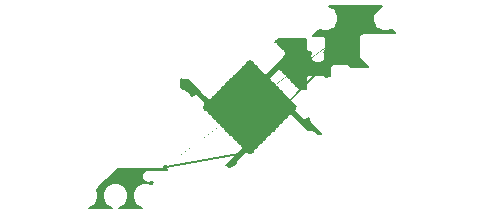
<source format=gtl>
From aedb40c6762c8b79bda5afb5685f843b147fc605 Mon Sep 17 00:00:00 2001
From: Jan--Henrik <janhenrik@janhenrik.org>
Date: Thu, 17 Oct 2019 01:14:43 +0200
Subject: updated PCB and gerber

---
 gerber/OtterPill-F_Cu.gtl | 2796 +++++++++++++++++----------------------------
 1 file changed, 1036 insertions(+), 1760 deletions(-)

(limited to 'gerber/OtterPill-F_Cu.gtl')

diff --git a/gerber/OtterPill-F_Cu.gtl b/gerber/OtterPill-F_Cu.gtl
index b1b41dd..218141b 100644
--- a/gerber/OtterPill-F_Cu.gtl
+++ b/gerber/OtterPill-F_Cu.gtl
@@ -1,12 +1,12 @@
 G04 #@! TF.GenerationSoftware,KiCad,Pcbnew,5.1.2*
-G04 #@! TF.CreationDate,2019-05-17T23:45:07+02:00*
+G04 #@! TF.CreationDate,2019-07-24T10:07:33+02:00*
 G04 #@! TF.ProjectId,OtterPill,4f747465-7250-4696-9c6c-2e6b69636164,rev?*
 G04 #@! TF.SameCoordinates,Original*
 G04 #@! TF.FileFunction,Copper,L1,Top*
 G04 #@! TF.FilePolarity,Positive*
 %FSLAX46Y46*%
 G04 Gerber Fmt 4.6, Leading zero omitted, Abs format (unit mm)*
-G04 Created by KiCad (PCBNEW 5.1.2) date 2019-05-17 23:45:07*
+G04 Created by KiCad (PCBNEW 5.1.2) date 2019-07-24 10:07:33*
 %MOMM*%
 %LPD*%
 G04 APERTURE LIST*
@@ -36,6 +36,7 @@ G04 APERTURE LIST*
 %ADD33C,0.400000*%
 %ADD34C,0.157000*%
 %ADD35C,0.600000*%
+%ADD36C,0.254000*%
 G04 APERTURE END LIST*
 D10*
 X63200000Y-37100000D02*
@@ -8801,10 +8802,6 @@ X47557053Y-30265021D02*
 X46721670Y-29429638D01*
 X47557053Y-30342947D02*
 X47557053Y-30265021D01*
-X45881981Y-28589949D02*
-X42700000Y-28589949D01*
-X42700000Y-31771930D02*
-X42700000Y-28589949D01*
 X41114877Y-33357053D02*
 X41285965Y-33185965D01*
 X40857053Y-33357053D02*
@@ -8813,8 +8810,6 @@ X37885123Y-26957053D02*
 X38678330Y-27750260D01*
 X37742947Y-26957053D02*
 X37885123Y-26957053D01*
-X39518019Y-28589949D02*
-X42700000Y-28589949D01*
 X45486341Y-24742947D02*
 X45842947Y-24742947D01*
 X44600349Y-25628939D02*
@@ -8827,6 +8822,22 @@ X25454999Y-32890000D01*
 D32*
 X41285965Y-33185965D02*
 X41860311Y-32611619D01*
+D34*
+X39518019Y-28589949D02*
+X42700000Y-28589949D01*
+X38678330Y-27750260D02*
+X39518019Y-28589949D01*
+X45881981Y-28589949D02*
+X42700000Y-28589949D01*
+X46721670Y-29429638D02*
+X45881981Y-28589949D01*
+X42700000Y-31771930D02*
+X42700000Y-28589949D01*
+X41860311Y-32611619D02*
+X42700000Y-31771930D01*
+X44600349Y-25628939D02*
+X42700000Y-27529288D01*
+D32*
 X34000000Y-30515000D02*
 X33600000Y-30915000D01*
 X34000000Y-29762500D02*
@@ -10416,307 +10427,7 @@ X24444436Y-25450000D01*
 X24413444Y-25524821D01*
 D34*
 G36*
-X35599573Y-33600533D02*
-G01*
-X35599573Y-33706017D01*
-X35620152Y-33809475D01*
-X35660519Y-33906929D01*
-X35660918Y-33907526D01*
-X34125951Y-33907526D01*
-X34099646Y-33904935D01*
-X34073341Y-33907526D01*
-X34073340Y-33907526D01*
-X33994671Y-33915274D01*
-X33893728Y-33945895D01*
-X33800700Y-33995620D01*
-X33741522Y-34044185D01*
-X33740481Y-34044881D01*
-X33739596Y-34045766D01*
-X33719159Y-34062538D01*
-X33702389Y-34082973D01*
-X33665892Y-34119470D01*
-X33651203Y-34141453D01*
-X33634436Y-34161884D01*
-X33621977Y-34185193D01*
-X33607288Y-34207177D01*
-X33597169Y-34231607D01*
-X33584711Y-34254914D01*
-X33577040Y-34280201D01*
-X33566921Y-34304631D01*
-X33561762Y-34330567D01*
-X33554091Y-34355855D01*
-X33551500Y-34382156D01*
-X33546342Y-34408089D01*
-X33546342Y-34434526D01*
-X33543751Y-34460831D01*
-X33546342Y-34487136D01*
-X33546342Y-34513573D01*
-X33551500Y-34539506D01*
-X33554091Y-34565807D01*
-X33561762Y-34591095D01*
-X33566921Y-34617031D01*
-X33577040Y-34641461D01*
-X33584711Y-34666748D01*
-X33597169Y-34690055D01*
-X33607288Y-34714485D01*
-X33621977Y-34736469D01*
-X33634436Y-34759778D01*
-X33651203Y-34780208D01*
-X33665892Y-34802192D01*
-X33684590Y-34820890D01*
-X33701355Y-34841318D01*
-X33721783Y-34858083D01*
-X33740481Y-34876781D01*
-X33762465Y-34891470D01*
-X33782895Y-34908237D01*
-X33806204Y-34920696D01*
-X33828188Y-34935385D01*
-X33852618Y-34945504D01*
-X33875925Y-34957962D01*
-X33901212Y-34965633D01*
-X33925642Y-34975752D01*
-X33951578Y-34980911D01*
-X33976866Y-34988582D01*
-X34003167Y-34991173D01*
-X34029100Y-34996331D01*
-X34055537Y-34996331D01*
-X34081842Y-34998922D01*
-X34108147Y-34996331D01*
-X34134584Y-34996331D01*
-X34160517Y-34991173D01*
-X34186818Y-34988582D01*
-X34212106Y-34980911D01*
-X34224096Y-34978526D01*
-X34537411Y-34978526D01*
-X34372718Y-35143219D01*
-X34277413Y-35092277D01*
-X34072795Y-35030206D01*
-X33913326Y-35014500D01*
-X33806674Y-35014500D01*
-X33647205Y-35030206D01*
-X33442587Y-35092277D01*
-X33254011Y-35193073D01*
-X33088722Y-35328722D01*
-X32953073Y-35494011D01*
-X32852277Y-35682587D01*
-X32790206Y-35887205D01*
-X32769248Y-36100000D01*
-X32790206Y-36312795D01*
-X32852277Y-36517413D01*
-X32953073Y-36705989D01*
-X33088722Y-36871278D01*
-X33254011Y-37006927D01*
-X33442587Y-37107723D01*
-X33547340Y-37139500D01*
-X31632660Y-37139500D01*
-X31737413Y-37107723D01*
-X31925989Y-37006927D01*
-X32091278Y-36871278D01*
-X32226927Y-36705989D01*
-X32327723Y-36517413D01*
-X32389794Y-36312795D01*
-X32410752Y-36100000D01*
-X32389794Y-35887205D01*
-X32327723Y-35682587D01*
-X32226927Y-35494011D01*
-X32091278Y-35328722D01*
-X31925989Y-35193073D01*
-X31737413Y-35092277D01*
-X31532795Y-35030206D01*
-X31373326Y-35014500D01*
-X31266674Y-35014500D01*
-X31107205Y-35030206D01*
-X30902587Y-35092277D01*
-X30714011Y-35193073D01*
-X30548722Y-35328722D01*
-X30413073Y-35494011D01*
-X30312277Y-35682587D01*
-X30250206Y-35887205D01*
-X30229248Y-36100000D01*
-X30250206Y-36312795D01*
-X30312277Y-36517413D01*
-X30413073Y-36705989D01*
-X30548722Y-36871278D01*
-X30714011Y-37006927D01*
-X30902587Y-37107723D01*
-X31007340Y-37139500D01*
-X29092660Y-37139500D01*
-X29197413Y-37107723D01*
-X29385989Y-37006927D01*
-X29551278Y-36871278D01*
-X29686927Y-36705989D01*
-X29787723Y-36517413D01*
-X29849794Y-36312795D01*
-X29870752Y-36100000D01*
-X29849794Y-35887205D01*
-X29787723Y-35682587D01*
-X29736781Y-35587282D01*
-X29862935Y-35461128D01*
-X29862940Y-35461122D01*
-X31510063Y-33814000D01*
-X35184579Y-33814000D01*
-X35200000Y-33815519D01*
-X35215421Y-33814000D01*
-X35215422Y-33814000D01*
-X35261555Y-33809456D01*
-X35320744Y-33791502D01*
-X35375293Y-33762344D01*
-X35423106Y-33723106D01*
-X35432944Y-33711118D01*
-X35613489Y-33530573D01*
-X35599573Y-33600533D01*
-X35599573Y-33600533D01*
-G37*
-X35599573Y-33600533D02*
-X35599573Y-33706017D01*
-X35620152Y-33809475D01*
-X35660519Y-33906929D01*
-X35660918Y-33907526D01*
-X34125951Y-33907526D01*
-X34099646Y-33904935D01*
-X34073341Y-33907526D01*
-X34073340Y-33907526D01*
-X33994671Y-33915274D01*
-X33893728Y-33945895D01*
-X33800700Y-33995620D01*
-X33741522Y-34044185D01*
-X33740481Y-34044881D01*
-X33739596Y-34045766D01*
-X33719159Y-34062538D01*
-X33702389Y-34082973D01*
-X33665892Y-34119470D01*
-X33651203Y-34141453D01*
-X33634436Y-34161884D01*
-X33621977Y-34185193D01*
-X33607288Y-34207177D01*
-X33597169Y-34231607D01*
-X33584711Y-34254914D01*
-X33577040Y-34280201D01*
-X33566921Y-34304631D01*
-X33561762Y-34330567D01*
-X33554091Y-34355855D01*
-X33551500Y-34382156D01*
-X33546342Y-34408089D01*
-X33546342Y-34434526D01*
-X33543751Y-34460831D01*
-X33546342Y-34487136D01*
-X33546342Y-34513573D01*
-X33551500Y-34539506D01*
-X33554091Y-34565807D01*
-X33561762Y-34591095D01*
-X33566921Y-34617031D01*
-X33577040Y-34641461D01*
-X33584711Y-34666748D01*
-X33597169Y-34690055D01*
-X33607288Y-34714485D01*
-X33621977Y-34736469D01*
-X33634436Y-34759778D01*
-X33651203Y-34780208D01*
-X33665892Y-34802192D01*
-X33684590Y-34820890D01*
-X33701355Y-34841318D01*
-X33721783Y-34858083D01*
-X33740481Y-34876781D01*
-X33762465Y-34891470D01*
-X33782895Y-34908237D01*
-X33806204Y-34920696D01*
-X33828188Y-34935385D01*
-X33852618Y-34945504D01*
-X33875925Y-34957962D01*
-X33901212Y-34965633D01*
-X33925642Y-34975752D01*
-X33951578Y-34980911D01*
-X33976866Y-34988582D01*
-X34003167Y-34991173D01*
-X34029100Y-34996331D01*
-X34055537Y-34996331D01*
-X34081842Y-34998922D01*
-X34108147Y-34996331D01*
-X34134584Y-34996331D01*
-X34160517Y-34991173D01*
-X34186818Y-34988582D01*
-X34212106Y-34980911D01*
-X34224096Y-34978526D01*
-X34537411Y-34978526D01*
-X34372718Y-35143219D01*
-X34277413Y-35092277D01*
-X34072795Y-35030206D01*
-X33913326Y-35014500D01*
-X33806674Y-35014500D01*
-X33647205Y-35030206D01*
-X33442587Y-35092277D01*
-X33254011Y-35193073D01*
-X33088722Y-35328722D01*
-X32953073Y-35494011D01*
-X32852277Y-35682587D01*
-X32790206Y-35887205D01*
-X32769248Y-36100000D01*
-X32790206Y-36312795D01*
-X32852277Y-36517413D01*
-X32953073Y-36705989D01*
-X33088722Y-36871278D01*
-X33254011Y-37006927D01*
-X33442587Y-37107723D01*
-X33547340Y-37139500D01*
-X31632660Y-37139500D01*
-X31737413Y-37107723D01*
-X31925989Y-37006927D01*
-X32091278Y-36871278D01*
-X32226927Y-36705989D01*
-X32327723Y-36517413D01*
-X32389794Y-36312795D01*
-X32410752Y-36100000D01*
-X32389794Y-35887205D01*
-X32327723Y-35682587D01*
-X32226927Y-35494011D01*
-X32091278Y-35328722D01*
-X31925989Y-35193073D01*
-X31737413Y-35092277D01*
-X31532795Y-35030206D01*
-X31373326Y-35014500D01*
-X31266674Y-35014500D01*
-X31107205Y-35030206D01*
-X30902587Y-35092277D01*
-X30714011Y-35193073D01*
-X30548722Y-35328722D01*
-X30413073Y-35494011D01*
-X30312277Y-35682587D01*
-X30250206Y-35887205D01*
-X30229248Y-36100000D01*
-X30250206Y-36312795D01*
-X30312277Y-36517413D01*
-X30413073Y-36705989D01*
-X30548722Y-36871278D01*
-X30714011Y-37006927D01*
-X30902587Y-37107723D01*
-X31007340Y-37139500D01*
-X29092660Y-37139500D01*
-X29197413Y-37107723D01*
-X29385989Y-37006927D01*
-X29551278Y-36871278D01*
-X29686927Y-36705989D01*
-X29787723Y-36517413D01*
-X29849794Y-36312795D01*
-X29870752Y-36100000D01*
-X29849794Y-35887205D01*
-X29787723Y-35682587D01*
-X29736781Y-35587282D01*
-X29862935Y-35461128D01*
-X29862940Y-35461122D01*
-X31510063Y-33814000D01*
-X35184579Y-33814000D01*
-X35200000Y-33815519D01*
-X35215421Y-33814000D01*
-X35215422Y-33814000D01*
-X35261555Y-33809456D01*
-X35320744Y-33791502D01*
-X35375293Y-33762344D01*
-X35423106Y-33723106D01*
-X35432944Y-33711118D01*
-X35613489Y-33530573D01*
-X35599573Y-33600533D01*
-G36*
-X22682671Y-20082671D02*
+X22682671Y-20082671D02*
 G01*
 X22653242Y-20118530D01*
 X22631374Y-20159442D01*
@@ -12422,1097 +12133,348 @@ X59572660Y-20060500D01*
 X62887260Y-20060500D01*
 X62907432Y-20062478D01*
 G36*
-X53762587Y-20092277D02*
+X35599573Y-33600533D02*
 G01*
-X53574011Y-20193073D01*
-X53408722Y-20328722D01*
-X53273073Y-20494011D01*
-X53172277Y-20682587D01*
-X53110206Y-20887205D01*
-X53089248Y-21100000D01*
-X53110206Y-21312795D01*
-X53172277Y-21517413D01*
-X53273073Y-21705989D01*
-X53408722Y-21871278D01*
-X53574011Y-22006927D01*
-X53762587Y-22107723D01*
-X53967205Y-22169794D01*
-X54126674Y-22185500D01*
-X54233326Y-22185500D01*
-X54392795Y-22169794D01*
-X54597413Y-22107723D01*
-X54692718Y-22056781D01*
-X54818872Y-22182935D01*
-X54818877Y-22182939D01*
-X55000437Y-22364500D01*
-X52200000Y-22364500D01*
-X52154056Y-22369025D01*
-X52109878Y-22382426D01*
-X52069163Y-22404189D01*
-X52033476Y-22433476D01*
-X52004189Y-22469163D01*
-X51982426Y-22509878D01*
-X51969025Y-22554056D01*
-X51964500Y-22600000D01*
-X51964500Y-24400000D01*
-X51969025Y-24445944D01*
-X51982426Y-24490122D01*
-X52004189Y-24530837D01*
-X52033476Y-24566524D01*
-X52693952Y-25227000D01*
-X51295842Y-25227000D01*
-X51255679Y-25151860D01*
-X51195936Y-25079064D01*
-X51123140Y-25019321D01*
-X51040087Y-24974928D01*
-X50949969Y-24947592D01*
-X50856250Y-24938361D01*
-X49943750Y-24938361D01*
-X49850031Y-24947592D01*
-X49759913Y-24974928D01*
-X49676860Y-25019321D01*
-X49604064Y-25079064D01*
-X49544321Y-25151860D01*
-X49499928Y-25234913D01*
-X49472592Y-25325031D01*
-X49463361Y-25418750D01*
-X49463361Y-25906250D01*
-X49470265Y-25976345D01*
-X49456003Y-25990608D01*
-X49350463Y-25990608D01*
-X49227685Y-26015030D01*
-X49132167Y-26054595D01*
-X49132092Y-26053834D01*
-X49118626Y-26009442D01*
-X49096758Y-25968530D01*
-X49067329Y-25932671D01*
-X49031470Y-25903242D01*
-X48990558Y-25881374D01*
-X48946166Y-25867908D01*
-X48900000Y-25863361D01*
-X47700000Y-25863361D01*
-X47653834Y-25867908D01*
-X47609442Y-25881374D01*
-X47568530Y-25903242D01*
-X47532671Y-25932671D01*
-X47503242Y-25968530D01*
-X47481374Y-26009442D01*
-X47467908Y-26053834D01*
-X47463361Y-26100000D01*
-X47463361Y-27000000D01*
-X47467908Y-27046166D01*
-X47470949Y-27056191D01*
-X47117160Y-27056191D01*
-X47101739Y-27054672D01*
-X47086317Y-27056191D01*
-X47040184Y-27060735D01*
-X46980995Y-27078689D01*
-X46962181Y-27088746D01*
-X46953843Y-27061259D01*
-X46926200Y-27009542D01*
-X46888998Y-26964212D01*
-X46800610Y-26875824D01*
-X46755280Y-26838622D01*
-X46703563Y-26810979D01*
-X46647446Y-26793956D01*
-X46620015Y-26791254D01*
-X46617313Y-26763823D01*
-X46600290Y-26707706D01*
-X46572647Y-26655989D01*
-X46535445Y-26610659D01*
-X46447057Y-26522271D01*
-X46401727Y-26485069D01*
-X46350010Y-26457426D01*
-X46293893Y-26440403D01*
-X46266462Y-26437701D01*
-X46263760Y-26410270D01*
-X46246737Y-26354153D01*
-X46219094Y-26302436D01*
-X46181892Y-26257106D01*
-X46093504Y-26168718D01*
-X46048174Y-26131516D01*
-X45996457Y-26103873D01*
-X45940340Y-26086850D01*
-X45912908Y-26084148D01*
-X45910206Y-26056716D01*
-X45893183Y-26000599D01*
-X45865540Y-25948882D01*
-X45828338Y-25903552D01*
-X45739950Y-25815164D01*
-X45694620Y-25777962D01*
-X45642903Y-25750319D01*
-X45586786Y-25733296D01*
-X45559355Y-25730594D01*
-X45556653Y-25703163D01*
-X45539630Y-25647046D01*
-X45511987Y-25595329D01*
-X45474785Y-25549999D01*
-X45386397Y-25461611D01*
-X45341067Y-25424409D01*
-X45289350Y-25396766D01*
-X45233233Y-25379743D01*
-X45174874Y-25373995D01*
-X45116515Y-25379743D01*
-X45060398Y-25396766D01*
-X45008681Y-25424409D01*
-X44963351Y-25461611D01*
-X44433021Y-25991941D01*
-X44395819Y-26037271D01*
-X44368176Y-26088988D01*
-X44351153Y-26145105D01*
-X44345405Y-26203464D01*
-X44351153Y-26261823D01*
-X44368176Y-26317940D01*
-X44395819Y-26369657D01*
-X44433021Y-26414987D01*
-X44521409Y-26503375D01*
-X44566739Y-26540577D01*
-X44618456Y-26568220D01*
-X44674573Y-26585243D01*
-X44702004Y-26587945D01*
-X44704706Y-26615376D01*
-X44721729Y-26671493D01*
-X44749372Y-26723210D01*
-X44786574Y-26768540D01*
-X44874962Y-26856928D01*
-X44920292Y-26894130D01*
-X44972009Y-26921773D01*
-X45028126Y-26938796D01*
-X45055558Y-26941498D01*
-X45058260Y-26968930D01*
-X45075283Y-27025047D01*
-X45102926Y-27076764D01*
-X45140128Y-27122094D01*
-X45228516Y-27210482D01*
-X45273846Y-27247684D01*
-X45325563Y-27275327D01*
-X45381680Y-27292350D01*
-X45409111Y-27295052D01*
-X45411813Y-27322483D01*
-X45428836Y-27378600D01*
-X45456479Y-27430317D01*
-X45493681Y-27475647D01*
-X45582069Y-27564035D01*
-X45627399Y-27601237D01*
-X45679116Y-27628880D01*
-X45735233Y-27645903D01*
-X45762664Y-27648605D01*
-X45765366Y-27676036D01*
-X45782389Y-27732153D01*
-X45810032Y-27783870D01*
-X45847234Y-27829200D01*
-X45935622Y-27917588D01*
-X45980952Y-27954790D01*
-X46032669Y-27982433D01*
-X46088786Y-27999456D01*
-X46116218Y-28002158D01*
-X46118920Y-28029590D01*
-X46135943Y-28085707D01*
-X46163586Y-28137424D01*
-X46200788Y-28182754D01*
-X46289176Y-28271142D01*
-X46334506Y-28308344D01*
-X46386223Y-28335987D01*
-X46442340Y-28353010D01*
-X46469771Y-28355712D01*
-X46472473Y-28383143D01*
-X46489496Y-28439260D01*
-X46517139Y-28490977D01*
-X46554341Y-28536307D01*
-X46607983Y-28589949D01*
-X46554341Y-28643591D01*
-X46517139Y-28688921D01*
-X46489496Y-28740638D01*
-X46472473Y-28796755D01*
-X46466725Y-28855114D01*
-X46472473Y-28913473D01*
-X46489496Y-28969590D01*
-X46517139Y-29021307D01*
-X46554341Y-29066637D01*
-X47084671Y-29596967D01*
-X47130001Y-29634169D01*
-X47181718Y-29661812D01*
-X47237835Y-29678835D01*
-X47296194Y-29684583D01*
-X47354553Y-29678835D01*
-X47410670Y-29661812D01*
-X47462387Y-29634169D01*
-X47507717Y-29596967D01*
-X47596105Y-29508579D01*
-X47606878Y-29495452D01*
-X47710561Y-29599135D01*
-X47704856Y-29657053D01*
-X47715196Y-29762029D01*
-X47745816Y-29862970D01*
-X47795541Y-29956000D01*
-X47845690Y-30017106D01*
-X48142674Y-30314090D01*
-X48730414Y-30901831D01*
-X48691710Y-30885799D01*
-X48588252Y-30865220D01*
-X48482768Y-30865220D01*
-X48450493Y-30871640D01*
-X48219965Y-30641113D01*
-X48210127Y-30629125D01*
-X48162314Y-30589887D01*
-X48107765Y-30560729D01*
-X48048576Y-30542775D01*
-X48002443Y-30538231D01*
-X48002442Y-30538231D01*
-X47987021Y-30536712D01*
-X47971600Y-30538231D01*
-X47646144Y-30538231D01*
-X47060055Y-29952143D01*
-X47050217Y-29940155D01*
-X47002404Y-29900917D01*
-X46947855Y-29871759D01*
-X46943565Y-29870458D01*
-X46926200Y-29837970D01*
-X46888998Y-29792640D01*
-X46358668Y-29262310D01*
-X46313338Y-29225108D01*
-X46261621Y-29197465D01*
-X46205504Y-29180442D01*
-X46147145Y-29174694D01*
-X46088786Y-29180442D01*
-X46032669Y-29197465D01*
-X45980952Y-29225108D01*
-X45935622Y-29262310D01*
-X45847234Y-29350698D01*
-X45810032Y-29396028D01*
-X45782389Y-29447745D01*
-X45765366Y-29503862D01*
-X45762664Y-29531293D01*
-X45735233Y-29533995D01*
-X45679116Y-29551018D01*
-X45627399Y-29578661D01*
-X45582069Y-29615863D01*
-X45493681Y-29704251D01*
-X45456479Y-29749581D01*
-X45428836Y-29801298D01*
-X45411813Y-29857415D01*
-X45409111Y-29884846D01*
-X45381680Y-29887548D01*
-X45325563Y-29904571D01*
-X45273846Y-29932214D01*
-X45228516Y-29969416D01*
-X45140128Y-30057804D01*
-X45102926Y-30103134D01*
-X45075283Y-30154851D01*
-X45058260Y-30210968D01*
-X45055558Y-30238400D01*
-X45028126Y-30241102D01*
-X44972009Y-30258125D01*
-X44920292Y-30285768D01*
-X44874962Y-30322970D01*
-X44786574Y-30411358D01*
-X44749372Y-30456688D01*
-X44721729Y-30508405D01*
-X44704706Y-30564522D01*
-X44702004Y-30591953D01*
-X44674573Y-30594655D01*
-X44618456Y-30611678D01*
-X44566739Y-30639321D01*
-X44521409Y-30676523D01*
-X44433021Y-30764911D01*
-X44395819Y-30810241D01*
-X44368176Y-30861958D01*
-X44351153Y-30918075D01*
-X44348451Y-30945507D01*
-X44321019Y-30948209D01*
-X44264902Y-30965232D01*
-X44213185Y-30992875D01*
-X44167855Y-31030077D01*
-X44079467Y-31118465D01*
-X44042265Y-31163795D01*
-X44014622Y-31215512D01*
-X43997599Y-31271629D01*
-X43994897Y-31299060D01*
-X43967466Y-31301762D01*
-X43911349Y-31318785D01*
-X43859632Y-31346428D01*
-X43814302Y-31383630D01*
-X43725914Y-31472018D01*
-X43688712Y-31517348D01*
-X43661069Y-31569065D01*
-X43644046Y-31625182D01*
-X43641344Y-31652613D01*
-X43613913Y-31655315D01*
-X43557796Y-31672338D01*
-X43506079Y-31699981D01*
-X43460749Y-31737183D01*
-X43372361Y-31825571D01*
-X43335159Y-31870901D01*
-X43307516Y-31922618D01*
-X43290493Y-31978735D01*
-X43287791Y-32006167D01*
-X43260359Y-32008869D01*
-X43204242Y-32025892D01*
-X43152525Y-32053535D01*
-X43107195Y-32090737D01*
-X43018807Y-32179125D01*
-X42981605Y-32224455D01*
-X42953962Y-32276172D01*
-X42936939Y-32332289D01*
-X42934237Y-32359720D01*
-X42906806Y-32362422D01*
-X42850689Y-32379445D01*
-X42798972Y-32407088D01*
-X42753642Y-32444290D01*
-X42700000Y-32497932D01*
-X42646358Y-32444290D01*
-X42601028Y-32407088D01*
-X42549311Y-32379445D01*
-X42493194Y-32362422D01*
-X42434835Y-32356674D01*
-X42376476Y-32362422D01*
-X42320359Y-32379445D01*
-X42268642Y-32407088D01*
-X42223312Y-32444290D01*
-X41692982Y-32974620D01*
-X41655780Y-33019950D01*
-X41628137Y-33071667D01*
-X41611114Y-33127784D01*
-X41605366Y-33186143D01*
-X41611114Y-33244502D01*
-X41628137Y-33300619D01*
-X41642505Y-33327500D01*
-X41456648Y-33513356D01*
-X41437970Y-33515196D01*
-X41337029Y-33545816D01*
-X41244000Y-33595541D01*
-X41193800Y-33636740D01*
-X41162460Y-33662460D01*
-X41145690Y-33682894D01*
-X41033300Y-33795284D01*
-X40953734Y-33795284D01*
-X40802208Y-33643758D01*
-X40785432Y-33623316D01*
-X40703891Y-33556398D01*
-X40610863Y-33506673D01*
-X40588265Y-33499818D01*
-X40624710Y-33469909D01*
-X40634548Y-33457921D01*
-X41140142Y-32952328D01*
-X41142109Y-32952134D01*
-X41142110Y-32952134D01*
-X41188243Y-32947590D01*
-X41247432Y-32929636D01*
-X41301981Y-32900478D01*
-X41349794Y-32861240D01*
-X41352131Y-32858393D01*
-X41400262Y-32843792D01*
-X41451979Y-32816149D01*
-X41497309Y-32778947D01*
-X42027639Y-32248617D01*
-X42064841Y-32203287D01*
-X42092484Y-32151570D01*
-X42109507Y-32095453D01*
-X42115255Y-32037094D01*
-X42109507Y-31978735D01*
-X42092484Y-31922618D01*
-X42064841Y-31870901D01*
-X42027639Y-31825571D01*
-X41939251Y-31737183D01*
-X41893921Y-31699981D01*
-X41842204Y-31672338D01*
-X41786087Y-31655315D01*
-X41758656Y-31652613D01*
-X41755954Y-31625182D01*
-X41738931Y-31569065D01*
-X41711288Y-31517348D01*
-X41674086Y-31472018D01*
-X41585698Y-31383630D01*
-X41540368Y-31346428D01*
-X41488651Y-31318785D01*
-X41432534Y-31301762D01*
-X41405103Y-31299060D01*
-X41402401Y-31271629D01*
-X41385378Y-31215512D01*
-X41357735Y-31163795D01*
-X41320533Y-31118465D01*
-X41232145Y-31030077D01*
-X41186815Y-30992875D01*
-X41135098Y-30965232D01*
-X41078981Y-30948209D01*
-X41051549Y-30945507D01*
-X41048847Y-30918075D01*
-X41031824Y-30861958D01*
-X41004181Y-30810241D01*
-X40966979Y-30764911D01*
-X40878591Y-30676523D01*
-X40833261Y-30639321D01*
-X40781544Y-30611678D01*
-X40725427Y-30594655D01*
-X40697996Y-30591953D01*
-X40695294Y-30564522D01*
-X40678271Y-30508405D01*
-X40650628Y-30456688D01*
-X40613426Y-30411358D01*
-X40525038Y-30322970D01*
-X40479708Y-30285768D01*
-X40427991Y-30258125D01*
-X40371874Y-30241102D01*
-X40344442Y-30238400D01*
-X40341740Y-30210968D01*
-X40324717Y-30154851D01*
-X40297074Y-30103134D01*
-X40259872Y-30057804D01*
-X40171484Y-29969416D01*
-X40126154Y-29932214D01*
-X40074437Y-29904571D01*
-X40018320Y-29887548D01*
-X39990889Y-29884846D01*
-X39988187Y-29857415D01*
-X39971164Y-29801298D01*
-X39943521Y-29749581D01*
-X39906319Y-29704251D01*
-X39817931Y-29615863D01*
-X39772601Y-29578661D01*
-X39720884Y-29551018D01*
-X39664767Y-29533995D01*
-X39637336Y-29531293D01*
-X39634634Y-29503862D01*
-X39617611Y-29447745D01*
-X39589968Y-29396028D01*
-X39552766Y-29350698D01*
-X39464378Y-29262310D01*
-X39419048Y-29225108D01*
-X39367331Y-29197465D01*
-X39311214Y-29180442D01*
-X39283782Y-29177740D01*
-X39281080Y-29150308D01*
-X39264057Y-29094191D01*
-X39236414Y-29042474D01*
-X39199212Y-28997144D01*
-X39110824Y-28908756D01*
-X39065494Y-28871554D01*
-X39013777Y-28843911D01*
-X38957660Y-28826888D01*
-X38930229Y-28824186D01*
-X38927527Y-28796755D01*
-X38910504Y-28740638D01*
-X38882861Y-28688921D01*
-X38845659Y-28643591D01*
-X38792017Y-28589949D01*
-X38845659Y-28536307D01*
-X38882861Y-28490977D01*
-X38910504Y-28439260D01*
-X38927527Y-28383143D01*
-X38933275Y-28324784D01*
-X38927527Y-28266425D01*
-X38910504Y-28210308D01*
-X38882861Y-28158591D01*
-X38845659Y-28113261D01*
-X38315329Y-27582931D01*
-X38269999Y-27545729D01*
-X38218282Y-27518086D01*
-X38162165Y-27501063D01*
-X38103806Y-27495315D01*
-X38045447Y-27501063D01*
-X37989330Y-27518086D01*
-X37937613Y-27545729D01*
-X37892283Y-27582931D01*
-X37823316Y-27651898D01*
-X37417106Y-27245690D01*
-X37386656Y-27220700D01*
-X37311002Y-27145046D01*
-X37252791Y-27097273D01*
-X37186379Y-27061775D01*
-X37114317Y-27039915D01*
-X37065059Y-27035064D01*
-X36892501Y-26862506D01*
-X36892501Y-26236483D01*
-X36958697Y-26280714D01*
-X37056151Y-26321081D01*
-X37159609Y-26341660D01*
-X37265093Y-26341660D01*
-X37368551Y-26321081D01*
-X37466005Y-26280714D01*
-X37469497Y-26278381D01*
-X38430843Y-27239728D01*
-X38446157Y-27290211D01*
-X38473800Y-27341928D01*
-X38511002Y-27387258D01*
-X39041332Y-27917588D01*
-X39086662Y-27954790D01*
-X39138379Y-27982433D01*
-X39194496Y-27999456D01*
-X39252855Y-28005204D01*
-X39311214Y-27999456D01*
-X39367331Y-27982433D01*
-X39419048Y-27954790D01*
-X39464378Y-27917588D01*
-X39552766Y-27829200D01*
-X39589968Y-27783870D01*
-X39617611Y-27732153D01*
-X39634634Y-27676036D01*
-X39637336Y-27648605D01*
-X39664767Y-27645903D01*
-X39720884Y-27628880D01*
-X39772601Y-27601237D01*
-X39817931Y-27564035D01*
-X39906319Y-27475647D01*
-X39943521Y-27430317D01*
-X39971164Y-27378600D01*
-X39988187Y-27322483D01*
-X39990889Y-27295052D01*
-X40018320Y-27292350D01*
-X40074437Y-27275327D01*
-X40126154Y-27247684D01*
-X40171484Y-27210482D01*
-X40259872Y-27122094D01*
-X40297074Y-27076764D01*
-X40324717Y-27025047D01*
-X40341740Y-26968930D01*
-X40344442Y-26941498D01*
-X40371874Y-26938796D01*
-X40427991Y-26921773D01*
-X40479708Y-26894130D01*
-X40525038Y-26856928D01*
-X40613426Y-26768540D01*
-X40650628Y-26723210D01*
-X40678271Y-26671493D01*
-X40695294Y-26615376D01*
-X40697996Y-26587945D01*
-X40725427Y-26585243D01*
-X40781544Y-26568220D01*
-X40833261Y-26540577D01*
-X40878591Y-26503375D01*
-X40966979Y-26414987D01*
-X41004181Y-26369657D01*
-X41031824Y-26317940D01*
-X41048847Y-26261823D01*
-X41051549Y-26234391D01*
-X41078981Y-26231689D01*
-X41135098Y-26214666D01*
-X41186815Y-26187023D01*
-X41232145Y-26149821D01*
-X41320533Y-26061433D01*
-X41357735Y-26016103D01*
-X41385378Y-25964386D01*
-X41402401Y-25908269D01*
-X41405103Y-25880838D01*
-X41432534Y-25878136D01*
-X41488651Y-25861113D01*
-X41540368Y-25833470D01*
-X41585698Y-25796268D01*
-X41674086Y-25707880D01*
-X41711288Y-25662550D01*
-X41738931Y-25610833D01*
-X41755954Y-25554716D01*
-X41758656Y-25527285D01*
-X41786087Y-25524583D01*
-X41842204Y-25507560D01*
-X41893921Y-25479917D01*
-X41939251Y-25442715D01*
-X42027639Y-25354327D01*
-X42064841Y-25308997D01*
-X42092484Y-25257280D01*
-X42109507Y-25201163D01*
-X42112209Y-25173731D01*
-X42139641Y-25171029D01*
-X42195758Y-25154006D01*
-X42247475Y-25126363D01*
-X42292805Y-25089161D01*
-X42381193Y-25000773D01*
-X42418395Y-24955443D01*
-X42446038Y-24903726D01*
-X42463061Y-24847609D01*
-X42465763Y-24820178D01*
-X42493194Y-24817476D01*
-X42549311Y-24800453D01*
-X42601028Y-24772810D01*
-X42646358Y-24735608D01*
-X42700000Y-24681966D01*
-X42753642Y-24735608D01*
-X42798972Y-24772810D01*
-X42850689Y-24800453D01*
-X42906806Y-24817476D01*
-X42934237Y-24820178D01*
-X42936939Y-24847609D01*
-X42953962Y-24903726D01*
-X42981605Y-24955443D01*
-X43018807Y-25000773D01*
-X43107195Y-25089161D01*
-X43152525Y-25126363D01*
-X43204242Y-25154006D01*
-X43260359Y-25171029D01*
-X43287791Y-25173731D01*
-X43290493Y-25201163D01*
-X43307516Y-25257280D01*
-X43335159Y-25308997D01*
-X43372361Y-25354327D01*
-X43460749Y-25442715D01*
-X43506079Y-25479917D01*
-X43557796Y-25507560D01*
-X43613913Y-25524583D01*
-X43641344Y-25527285D01*
-X43644046Y-25554716D01*
-X43661069Y-25610833D01*
-X43688712Y-25662550D01*
-X43725914Y-25707880D01*
-X43814302Y-25796268D01*
-X43859632Y-25833470D01*
-X43911349Y-25861113D01*
-X43967466Y-25878136D01*
-X44025825Y-25883884D01*
-X44084184Y-25878136D01*
-X44140301Y-25861113D01*
-X44192018Y-25833470D01*
-X44237348Y-25796268D01*
-X44767678Y-25265938D01*
-X44804880Y-25220608D01*
-X44832523Y-25168891D01*
-X44834597Y-25162053D01*
-X45382640Y-24614011D01*
-X45395434Y-24603511D01*
-X45405935Y-24590716D01*
-X45405939Y-24590712D01*
-X45425256Y-24567174D01*
-X45437361Y-24552425D01*
-X45464723Y-24501233D01*
-X45654954Y-24311002D01*
-X45702727Y-24252791D01*
-X45738225Y-24186379D01*
-X45760085Y-24114317D01*
-X45767466Y-24039375D01*
-X45760085Y-23964433D01*
-X45738225Y-23892371D01*
-X45702727Y-23825959D01*
-X45654954Y-23767748D01*
-X45446358Y-23559152D01*
-X45388147Y-23511379D01*
-X45321735Y-23475881D01*
-X45249673Y-23454021D01*
-X45216300Y-23450734D01*
-X45214921Y-23443800D01*
-X45174554Y-23346346D01*
-X45115950Y-23258639D01*
-X45041361Y-23184050D01*
-X44953654Y-23125446D01*
-X44858168Y-23085894D01*
-X45130063Y-22814000D01*
-X47463361Y-22814000D01*
-X47463361Y-23700000D01*
-X47467908Y-23746166D01*
-X47481374Y-23790558D01*
-X47503242Y-23831470D01*
-X47532671Y-23867329D01*
-X47568530Y-23896758D01*
-X47609442Y-23918626D01*
-X47653834Y-23932092D01*
-X47700000Y-23936639D01*
-X47902007Y-23936639D01*
-X47893442Y-23949457D01*
-X47845537Y-24065110D01*
-X47821115Y-24187888D01*
-X47821115Y-24313070D01*
-X47845537Y-24435848D01*
-X47893442Y-24551501D01*
-X47962990Y-24655587D01*
-X48051507Y-24744104D01*
-X48155593Y-24813652D01*
-X48271246Y-24861557D01*
-X48394024Y-24885979D01*
-X48519206Y-24885979D01*
-X48641984Y-24861557D01*
-X48757637Y-24813652D01*
-X48861723Y-24744104D01*
-X48950240Y-24655587D01*
-X49019788Y-24551501D01*
-X49067693Y-24435848D01*
-X49092115Y-24313070D01*
-X49092115Y-24187888D01*
-X49067693Y-24065110D01*
-X49019788Y-23949457D01*
-X48996916Y-23915227D01*
-X49031470Y-23896758D01*
-X49067329Y-23867329D01*
-X49096758Y-23831470D01*
-X49118626Y-23790558D01*
-X49132092Y-23746166D01*
-X49136639Y-23700000D01*
-X49136639Y-22800000D01*
-X49132092Y-22753834D01*
-X49118626Y-22709442D01*
-X49096758Y-22668530D01*
-X49067329Y-22632671D01*
-X49031470Y-22603242D01*
-X48990558Y-22581374D01*
-X48946166Y-22567908D01*
-X48900000Y-22563361D01*
-X48080701Y-22563361D01*
-X48587281Y-22056781D01*
-X48682587Y-22107723D01*
-X48887205Y-22169794D01*
-X49046674Y-22185500D01*
-X49153326Y-22185500D01*
-X49312795Y-22169794D01*
-X49517413Y-22107723D01*
-X49705989Y-22006927D01*
-X49871278Y-21871278D01*
-X50006927Y-21705989D01*
-X50107723Y-21517413D01*
-X50169794Y-21312795D01*
-X50190752Y-21100000D01*
-X50169794Y-20887205D01*
-X50107723Y-20682587D01*
-X50006927Y-20494011D01*
-X49871278Y-20328722D01*
-X49705989Y-20193073D01*
-X49517413Y-20092277D01*
-X49412660Y-20060500D01*
-X53867340Y-20060500D01*
-X53762587Y-20092277D01*
-X53762587Y-20092277D01*
-G37*
-X53762587Y-20092277D02*
-X53574011Y-20193073D01*
-X53408722Y-20328722D01*
-X53273073Y-20494011D01*
-X53172277Y-20682587D01*
-X53110206Y-20887205D01*
-X53089248Y-21100000D01*
-X53110206Y-21312795D01*
-X53172277Y-21517413D01*
-X53273073Y-21705989D01*
-X53408722Y-21871278D01*
-X53574011Y-22006927D01*
-X53762587Y-22107723D01*
-X53967205Y-22169794D01*
-X54126674Y-22185500D01*
-X54233326Y-22185500D01*
-X54392795Y-22169794D01*
-X54597413Y-22107723D01*
-X54692718Y-22056781D01*
-X54818872Y-22182935D01*
-X54818877Y-22182939D01*
-X55000437Y-22364500D01*
-X52200000Y-22364500D01*
-X52154056Y-22369025D01*
-X52109878Y-22382426D01*
-X52069163Y-22404189D01*
-X52033476Y-22433476D01*
-X52004189Y-22469163D01*
-X51982426Y-22509878D01*
-X51969025Y-22554056D01*
-X51964500Y-22600000D01*
-X51964500Y-24400000D01*
-X51969025Y-24445944D01*
-X51982426Y-24490122D01*
-X52004189Y-24530837D01*
-X52033476Y-24566524D01*
-X52693952Y-25227000D01*
-X51295842Y-25227000D01*
-X51255679Y-25151860D01*
-X51195936Y-25079064D01*
-X51123140Y-25019321D01*
-X51040087Y-24974928D01*
-X50949969Y-24947592D01*
-X50856250Y-24938361D01*
-X49943750Y-24938361D01*
-X49850031Y-24947592D01*
-X49759913Y-24974928D01*
-X49676860Y-25019321D01*
-X49604064Y-25079064D01*
-X49544321Y-25151860D01*
-X49499928Y-25234913D01*
-X49472592Y-25325031D01*
-X49463361Y-25418750D01*
-X49463361Y-25906250D01*
-X49470265Y-25976345D01*
-X49456003Y-25990608D01*
-X49350463Y-25990608D01*
-X49227685Y-26015030D01*
-X49132167Y-26054595D01*
-X49132092Y-26053834D01*
-X49118626Y-26009442D01*
-X49096758Y-25968530D01*
-X49067329Y-25932671D01*
-X49031470Y-25903242D01*
-X48990558Y-25881374D01*
-X48946166Y-25867908D01*
-X48900000Y-25863361D01*
-X47700000Y-25863361D01*
-X47653834Y-25867908D01*
-X47609442Y-25881374D01*
-X47568530Y-25903242D01*
-X47532671Y-25932671D01*
-X47503242Y-25968530D01*
-X47481374Y-26009442D01*
-X47467908Y-26053834D01*
-X47463361Y-26100000D01*
-X47463361Y-27000000D01*
-X47467908Y-27046166D01*
-X47470949Y-27056191D01*
-X47117160Y-27056191D01*
-X47101739Y-27054672D01*
-X47086317Y-27056191D01*
-X47040184Y-27060735D01*
-X46980995Y-27078689D01*
-X46962181Y-27088746D01*
-X46953843Y-27061259D01*
-X46926200Y-27009542D01*
-X46888998Y-26964212D01*
-X46800610Y-26875824D01*
-X46755280Y-26838622D01*
-X46703563Y-26810979D01*
-X46647446Y-26793956D01*
-X46620015Y-26791254D01*
-X46617313Y-26763823D01*
-X46600290Y-26707706D01*
-X46572647Y-26655989D01*
-X46535445Y-26610659D01*
-X46447057Y-26522271D01*
-X46401727Y-26485069D01*
-X46350010Y-26457426D01*
-X46293893Y-26440403D01*
-X46266462Y-26437701D01*
-X46263760Y-26410270D01*
-X46246737Y-26354153D01*
-X46219094Y-26302436D01*
-X46181892Y-26257106D01*
-X46093504Y-26168718D01*
-X46048174Y-26131516D01*
-X45996457Y-26103873D01*
-X45940340Y-26086850D01*
-X45912908Y-26084148D01*
-X45910206Y-26056716D01*
-X45893183Y-26000599D01*
-X45865540Y-25948882D01*
-X45828338Y-25903552D01*
-X45739950Y-25815164D01*
-X45694620Y-25777962D01*
-X45642903Y-25750319D01*
-X45586786Y-25733296D01*
-X45559355Y-25730594D01*
-X45556653Y-25703163D01*
-X45539630Y-25647046D01*
-X45511987Y-25595329D01*
-X45474785Y-25549999D01*
-X45386397Y-25461611D01*
-X45341067Y-25424409D01*
-X45289350Y-25396766D01*
-X45233233Y-25379743D01*
-X45174874Y-25373995D01*
-X45116515Y-25379743D01*
-X45060398Y-25396766D01*
-X45008681Y-25424409D01*
-X44963351Y-25461611D01*
-X44433021Y-25991941D01*
-X44395819Y-26037271D01*
-X44368176Y-26088988D01*
-X44351153Y-26145105D01*
-X44345405Y-26203464D01*
-X44351153Y-26261823D01*
-X44368176Y-26317940D01*
-X44395819Y-26369657D01*
-X44433021Y-26414987D01*
-X44521409Y-26503375D01*
-X44566739Y-26540577D01*
-X44618456Y-26568220D01*
-X44674573Y-26585243D01*
-X44702004Y-26587945D01*
-X44704706Y-26615376D01*
-X44721729Y-26671493D01*
-X44749372Y-26723210D01*
-X44786574Y-26768540D01*
-X44874962Y-26856928D01*
-X44920292Y-26894130D01*
-X44972009Y-26921773D01*
-X45028126Y-26938796D01*
-X45055558Y-26941498D01*
-X45058260Y-26968930D01*
-X45075283Y-27025047D01*
-X45102926Y-27076764D01*
-X45140128Y-27122094D01*
-X45228516Y-27210482D01*
-X45273846Y-27247684D01*
-X45325563Y-27275327D01*
-X45381680Y-27292350D01*
-X45409111Y-27295052D01*
-X45411813Y-27322483D01*
-X45428836Y-27378600D01*
-X45456479Y-27430317D01*
-X45493681Y-27475647D01*
-X45582069Y-27564035D01*
-X45627399Y-27601237D01*
-X45679116Y-27628880D01*
-X45735233Y-27645903D01*
-X45762664Y-27648605D01*
-X45765366Y-27676036D01*
-X45782389Y-27732153D01*
-X45810032Y-27783870D01*
-X45847234Y-27829200D01*
-X45935622Y-27917588D01*
-X45980952Y-27954790D01*
-X46032669Y-27982433D01*
-X46088786Y-27999456D01*
-X46116218Y-28002158D01*
-X46118920Y-28029590D01*
-X46135943Y-28085707D01*
-X46163586Y-28137424D01*
-X46200788Y-28182754D01*
-X46289176Y-28271142D01*
-X46334506Y-28308344D01*
-X46386223Y-28335987D01*
-X46442340Y-28353010D01*
-X46469771Y-28355712D01*
-X46472473Y-28383143D01*
-X46489496Y-28439260D01*
-X46517139Y-28490977D01*
-X46554341Y-28536307D01*
-X46607983Y-28589949D01*
-X46554341Y-28643591D01*
-X46517139Y-28688921D01*
-X46489496Y-28740638D01*
-X46472473Y-28796755D01*
-X46466725Y-28855114D01*
-X46472473Y-28913473D01*
-X46489496Y-28969590D01*
-X46517139Y-29021307D01*
-X46554341Y-29066637D01*
-X47084671Y-29596967D01*
-X47130001Y-29634169D01*
-X47181718Y-29661812D01*
-X47237835Y-29678835D01*
-X47296194Y-29684583D01*
-X47354553Y-29678835D01*
-X47410670Y-29661812D01*
-X47462387Y-29634169D01*
-X47507717Y-29596967D01*
-X47596105Y-29508579D01*
-X47606878Y-29495452D01*
-X47710561Y-29599135D01*
-X47704856Y-29657053D01*
-X47715196Y-29762029D01*
-X47745816Y-29862970D01*
-X47795541Y-29956000D01*
-X47845690Y-30017106D01*
-X48142674Y-30314090D01*
-X48730414Y-30901831D01*
-X48691710Y-30885799D01*
-X48588252Y-30865220D01*
-X48482768Y-30865220D01*
-X48450493Y-30871640D01*
-X48219965Y-30641113D01*
-X48210127Y-30629125D01*
-X48162314Y-30589887D01*
-X48107765Y-30560729D01*
-X48048576Y-30542775D01*
-X48002443Y-30538231D01*
-X48002442Y-30538231D01*
-X47987021Y-30536712D01*
-X47971600Y-30538231D01*
-X47646144Y-30538231D01*
-X47060055Y-29952143D01*
-X47050217Y-29940155D01*
-X47002404Y-29900917D01*
-X46947855Y-29871759D01*
-X46943565Y-29870458D01*
-X46926200Y-29837970D01*
-X46888998Y-29792640D01*
-X46358668Y-29262310D01*
-X46313338Y-29225108D01*
-X46261621Y-29197465D01*
-X46205504Y-29180442D01*
-X46147145Y-29174694D01*
-X46088786Y-29180442D01*
-X46032669Y-29197465D01*
-X45980952Y-29225108D01*
-X45935622Y-29262310D01*
-X45847234Y-29350698D01*
-X45810032Y-29396028D01*
-X45782389Y-29447745D01*
-X45765366Y-29503862D01*
-X45762664Y-29531293D01*
-X45735233Y-29533995D01*
-X45679116Y-29551018D01*
-X45627399Y-29578661D01*
-X45582069Y-29615863D01*
-X45493681Y-29704251D01*
-X45456479Y-29749581D01*
-X45428836Y-29801298D01*
-X45411813Y-29857415D01*
-X45409111Y-29884846D01*
-X45381680Y-29887548D01*
-X45325563Y-29904571D01*
-X45273846Y-29932214D01*
-X45228516Y-29969416D01*
-X45140128Y-30057804D01*
-X45102926Y-30103134D01*
-X45075283Y-30154851D01*
-X45058260Y-30210968D01*
-X45055558Y-30238400D01*
-X45028126Y-30241102D01*
-X44972009Y-30258125D01*
-X44920292Y-30285768D01*
-X44874962Y-30322970D01*
-X44786574Y-30411358D01*
-X44749372Y-30456688D01*
-X44721729Y-30508405D01*
-X44704706Y-30564522D01*
-X44702004Y-30591953D01*
-X44674573Y-30594655D01*
-X44618456Y-30611678D01*
-X44566739Y-30639321D01*
-X44521409Y-30676523D01*
-X44433021Y-30764911D01*
-X44395819Y-30810241D01*
-X44368176Y-30861958D01*
-X44351153Y-30918075D01*
-X44348451Y-30945507D01*
-X44321019Y-30948209D01*
-X44264902Y-30965232D01*
-X44213185Y-30992875D01*
-X44167855Y-31030077D01*
-X44079467Y-31118465D01*
-X44042265Y-31163795D01*
-X44014622Y-31215512D01*
-X43997599Y-31271629D01*
-X43994897Y-31299060D01*
-X43967466Y-31301762D01*
-X43911349Y-31318785D01*
-X43859632Y-31346428D01*
-X43814302Y-31383630D01*
-X43725914Y-31472018D01*
-X43688712Y-31517348D01*
-X43661069Y-31569065D01*
-X43644046Y-31625182D01*
-X43641344Y-31652613D01*
-X43613913Y-31655315D01*
-X43557796Y-31672338D01*
-X43506079Y-31699981D01*
-X43460749Y-31737183D01*
-X43372361Y-31825571D01*
-X43335159Y-31870901D01*
-X43307516Y-31922618D01*
-X43290493Y-31978735D01*
-X43287791Y-32006167D01*
-X43260359Y-32008869D01*
-X43204242Y-32025892D01*
-X43152525Y-32053535D01*
-X43107195Y-32090737D01*
-X43018807Y-32179125D01*
-X42981605Y-32224455D01*
-X42953962Y-32276172D01*
-X42936939Y-32332289D01*
-X42934237Y-32359720D01*
-X42906806Y-32362422D01*
-X42850689Y-32379445D01*
-X42798972Y-32407088D01*
-X42753642Y-32444290D01*
-X42700000Y-32497932D01*
-X42646358Y-32444290D01*
-X42601028Y-32407088D01*
-X42549311Y-32379445D01*
-X42493194Y-32362422D01*
-X42434835Y-32356674D01*
-X42376476Y-32362422D01*
-X42320359Y-32379445D01*
-X42268642Y-32407088D01*
-X42223312Y-32444290D01*
+X35599573Y-33706017D01*
+X35620152Y-33809475D01*
+X35660519Y-33906929D01*
+X35660918Y-33907526D01*
+X34125951Y-33907526D01*
+X34099646Y-33904935D01*
+X34073341Y-33907526D01*
+X34073340Y-33907526D01*
+X33994671Y-33915274D01*
+X33893728Y-33945895D01*
+X33800700Y-33995620D01*
+X33741522Y-34044185D01*
+X33740481Y-34044881D01*
+X33739596Y-34045766D01*
+X33719159Y-34062538D01*
+X33702389Y-34082973D01*
+X33665892Y-34119470D01*
+X33651203Y-34141453D01*
+X33634436Y-34161884D01*
+X33621977Y-34185193D01*
+X33607288Y-34207177D01*
+X33597169Y-34231607D01*
+X33584711Y-34254914D01*
+X33577040Y-34280201D01*
+X33566921Y-34304631D01*
+X33561762Y-34330567D01*
+X33554091Y-34355855D01*
+X33551500Y-34382156D01*
+X33546342Y-34408089D01*
+X33546342Y-34434526D01*
+X33543751Y-34460831D01*
+X33546342Y-34487136D01*
+X33546342Y-34513573D01*
+X33551500Y-34539506D01*
+X33554091Y-34565807D01*
+X33561762Y-34591095D01*
+X33566921Y-34617031D01*
+X33577040Y-34641461D01*
+X33584711Y-34666748D01*
+X33597169Y-34690055D01*
+X33607288Y-34714485D01*
+X33621977Y-34736469D01*
+X33634436Y-34759778D01*
+X33651203Y-34780208D01*
+X33665892Y-34802192D01*
+X33684590Y-34820890D01*
+X33701355Y-34841318D01*
+X33721783Y-34858083D01*
+X33740481Y-34876781D01*
+X33762465Y-34891470D01*
+X33782895Y-34908237D01*
+X33806204Y-34920696D01*
+X33828188Y-34935385D01*
+X33852618Y-34945504D01*
+X33875925Y-34957962D01*
+X33901212Y-34965633D01*
+X33925642Y-34975752D01*
+X33951578Y-34980911D01*
+X33976866Y-34988582D01*
+X34003167Y-34991173D01*
+X34029100Y-34996331D01*
+X34055537Y-34996331D01*
+X34081842Y-34998922D01*
+X34108147Y-34996331D01*
+X34134584Y-34996331D01*
+X34160517Y-34991173D01*
+X34186818Y-34988582D01*
+X34212106Y-34980911D01*
+X34224096Y-34978526D01*
+X34537411Y-34978526D01*
+X34372718Y-35143219D01*
+X34277413Y-35092277D01*
+X34072795Y-35030206D01*
+X33913326Y-35014500D01*
+X33806674Y-35014500D01*
+X33647205Y-35030206D01*
+X33442587Y-35092277D01*
+X33254011Y-35193073D01*
+X33088722Y-35328722D01*
+X32953073Y-35494011D01*
+X32852277Y-35682587D01*
+X32790206Y-35887205D01*
+X32769248Y-36100000D01*
+X32790206Y-36312795D01*
+X32852277Y-36517413D01*
+X32953073Y-36705989D01*
+X33088722Y-36871278D01*
+X33254011Y-37006927D01*
+X33442587Y-37107723D01*
+X33547340Y-37139500D01*
+X31632660Y-37139500D01*
+X31737413Y-37107723D01*
+X31925989Y-37006927D01*
+X32091278Y-36871278D01*
+X32226927Y-36705989D01*
+X32327723Y-36517413D01*
+X32389794Y-36312795D01*
+X32410752Y-36100000D01*
+X32389794Y-35887205D01*
+X32327723Y-35682587D01*
+X32226927Y-35494011D01*
+X32091278Y-35328722D01*
+X31925989Y-35193073D01*
+X31737413Y-35092277D01*
+X31532795Y-35030206D01*
+X31373326Y-35014500D01*
+X31266674Y-35014500D01*
+X31107205Y-35030206D01*
+X30902587Y-35092277D01*
+X30714011Y-35193073D01*
+X30548722Y-35328722D01*
+X30413073Y-35494011D01*
+X30312277Y-35682587D01*
+X30250206Y-35887205D01*
+X30229248Y-36100000D01*
+X30250206Y-36312795D01*
+X30312277Y-36517413D01*
+X30413073Y-36705989D01*
+X30548722Y-36871278D01*
+X30714011Y-37006927D01*
+X30902587Y-37107723D01*
+X31007340Y-37139500D01*
+X29092660Y-37139500D01*
+X29197413Y-37107723D01*
+X29385989Y-37006927D01*
+X29551278Y-36871278D01*
+X29686927Y-36705989D01*
+X29787723Y-36517413D01*
+X29849794Y-36312795D01*
+X29870752Y-36100000D01*
+X29849794Y-35887205D01*
+X29787723Y-35682587D01*
+X29736781Y-35587282D01*
+X29862935Y-35461128D01*
+X29862940Y-35461122D01*
+X31510063Y-33814000D01*
+X35184579Y-33814000D01*
+X35200000Y-33815519D01*
+X35215421Y-33814000D01*
+X35215422Y-33814000D01*
+X35261555Y-33809456D01*
+X35320744Y-33791502D01*
+X35375293Y-33762344D01*
+X35423106Y-33723106D01*
+X35432944Y-33711118D01*
+X35613489Y-33530573D01*
+X35599573Y-33600533D01*
+X35599573Y-33600533D01*
+G37*
+X35599573Y-33600533D02*
+X35599573Y-33706017D01*
+X35620152Y-33809475D01*
+X35660519Y-33906929D01*
+X35660918Y-33907526D01*
+X34125951Y-33907526D01*
+X34099646Y-33904935D01*
+X34073341Y-33907526D01*
+X34073340Y-33907526D01*
+X33994671Y-33915274D01*
+X33893728Y-33945895D01*
+X33800700Y-33995620D01*
+X33741522Y-34044185D01*
+X33740481Y-34044881D01*
+X33739596Y-34045766D01*
+X33719159Y-34062538D01*
+X33702389Y-34082973D01*
+X33665892Y-34119470D01*
+X33651203Y-34141453D01*
+X33634436Y-34161884D01*
+X33621977Y-34185193D01*
+X33607288Y-34207177D01*
+X33597169Y-34231607D01*
+X33584711Y-34254914D01*
+X33577040Y-34280201D01*
+X33566921Y-34304631D01*
+X33561762Y-34330567D01*
+X33554091Y-34355855D01*
+X33551500Y-34382156D01*
+X33546342Y-34408089D01*
+X33546342Y-34434526D01*
+X33543751Y-34460831D01*
+X33546342Y-34487136D01*
+X33546342Y-34513573D01*
+X33551500Y-34539506D01*
+X33554091Y-34565807D01*
+X33561762Y-34591095D01*
+X33566921Y-34617031D01*
+X33577040Y-34641461D01*
+X33584711Y-34666748D01*
+X33597169Y-34690055D01*
+X33607288Y-34714485D01*
+X33621977Y-34736469D01*
+X33634436Y-34759778D01*
+X33651203Y-34780208D01*
+X33665892Y-34802192D01*
+X33684590Y-34820890D01*
+X33701355Y-34841318D01*
+X33721783Y-34858083D01*
+X33740481Y-34876781D01*
+X33762465Y-34891470D01*
+X33782895Y-34908237D01*
+X33806204Y-34920696D01*
+X33828188Y-34935385D01*
+X33852618Y-34945504D01*
+X33875925Y-34957962D01*
+X33901212Y-34965633D01*
+X33925642Y-34975752D01*
+X33951578Y-34980911D01*
+X33976866Y-34988582D01*
+X34003167Y-34991173D01*
+X34029100Y-34996331D01*
+X34055537Y-34996331D01*
+X34081842Y-34998922D01*
+X34108147Y-34996331D01*
+X34134584Y-34996331D01*
+X34160517Y-34991173D01*
+X34186818Y-34988582D01*
+X34212106Y-34980911D01*
+X34224096Y-34978526D01*
+X34537411Y-34978526D01*
+X34372718Y-35143219D01*
+X34277413Y-35092277D01*
+X34072795Y-35030206D01*
+X33913326Y-35014500D01*
+X33806674Y-35014500D01*
+X33647205Y-35030206D01*
+X33442587Y-35092277D01*
+X33254011Y-35193073D01*
+X33088722Y-35328722D01*
+X32953073Y-35494011D01*
+X32852277Y-35682587D01*
+X32790206Y-35887205D01*
+X32769248Y-36100000D01*
+X32790206Y-36312795D01*
+X32852277Y-36517413D01*
+X32953073Y-36705989D01*
+X33088722Y-36871278D01*
+X33254011Y-37006927D01*
+X33442587Y-37107723D01*
+X33547340Y-37139500D01*
+X31632660Y-37139500D01*
+X31737413Y-37107723D01*
+X31925989Y-37006927D01*
+X32091278Y-36871278D01*
+X32226927Y-36705989D01*
+X32327723Y-36517413D01*
+X32389794Y-36312795D01*
+X32410752Y-36100000D01*
+X32389794Y-35887205D01*
+X32327723Y-35682587D01*
+X32226927Y-35494011D01*
+X32091278Y-35328722D01*
+X31925989Y-35193073D01*
+X31737413Y-35092277D01*
+X31532795Y-35030206D01*
+X31373326Y-35014500D01*
+X31266674Y-35014500D01*
+X31107205Y-35030206D01*
+X30902587Y-35092277D01*
+X30714011Y-35193073D01*
+X30548722Y-35328722D01*
+X30413073Y-35494011D01*
+X30312277Y-35682587D01*
+X30250206Y-35887205D01*
+X30229248Y-36100000D01*
+X30250206Y-36312795D01*
+X30312277Y-36517413D01*
+X30413073Y-36705989D01*
+X30548722Y-36871278D01*
+X30714011Y-37006927D01*
+X30902587Y-37107723D01*
+X31007340Y-37139500D01*
+X29092660Y-37139500D01*
+X29197413Y-37107723D01*
+X29385989Y-37006927D01*
+X29551278Y-36871278D01*
+X29686927Y-36705989D01*
+X29787723Y-36517413D01*
+X29849794Y-36312795D01*
+X29870752Y-36100000D01*
+X29849794Y-35887205D01*
+X29787723Y-35682587D01*
+X29736781Y-35587282D01*
+X29862935Y-35461128D01*
+X29862940Y-35461122D01*
+X31510063Y-33814000D01*
+X35184579Y-33814000D01*
+X35200000Y-33815519D01*
+X35215421Y-33814000D01*
+X35215422Y-33814000D01*
+X35261555Y-33809456D01*
+X35320744Y-33791502D01*
+X35375293Y-33762344D01*
+X35423106Y-33723106D01*
+X35432944Y-33711118D01*
+X35613489Y-33530573D01*
+X35599573Y-33600533D01*
+G36*
+X42178293Y-32489309D02*
+G01*
+X41692982Y-32974620D01*
+X41655780Y-33019950D01*
+X41628137Y-33071667D01*
+X41611114Y-33127784D01*
+X41605366Y-33186143D01*
+X41611114Y-33244502D01*
+X41628137Y-33300619D01*
+X41642505Y-33327500D01*
+X41456648Y-33513356D01*
+X41437970Y-33515196D01*
+X41337029Y-33545816D01*
+X41244000Y-33595541D01*
+X41193800Y-33636740D01*
+X41162460Y-33662460D01*
+X41145690Y-33682894D01*
+X41033300Y-33795284D01*
+X40953734Y-33795284D01*
+X40802208Y-33643758D01*
+X40785432Y-33623316D01*
+X40703891Y-33556398D01*
+X40610863Y-33506673D01*
+X40588265Y-33499818D01*
+X40624710Y-33469909D01*
+X40634548Y-33457921D01*
+X41140142Y-32952328D01*
+X41142109Y-32952134D01*
+X41142110Y-32952134D01*
+X41188243Y-32947590D01*
+X41247432Y-32929636D01*
+X41301981Y-32900478D01*
+X41349794Y-32861240D01*
+X41352131Y-32858393D01*
+X41400262Y-32843792D01*
+X41451979Y-32816149D01*
+X41497309Y-32778947D01*
+X41982620Y-32293636D01*
+X42178293Y-32489309D01*
+X42178293Y-32489309D01*
+G37*
+X42178293Y-32489309D02*
 X41692982Y-32974620D01*
 X41655780Y-33019950D01*
 X41628137Y-33071667D01*
@@ -13548,367 +12510,8 @@ X41352131Y-32858393D01*
 X41400262Y-32843792D01*
 X41451979Y-32816149D01*
 X41497309Y-32778947D01*
-X42027639Y-32248617D01*
-X42064841Y-32203287D01*
-X42092484Y-32151570D01*
-X42109507Y-32095453D01*
-X42115255Y-32037094D01*
-X42109507Y-31978735D01*
-X42092484Y-31922618D01*
-X42064841Y-31870901D01*
-X42027639Y-31825571D01*
-X41939251Y-31737183D01*
-X41893921Y-31699981D01*
-X41842204Y-31672338D01*
-X41786087Y-31655315D01*
-X41758656Y-31652613D01*
-X41755954Y-31625182D01*
-X41738931Y-31569065D01*
-X41711288Y-31517348D01*
-X41674086Y-31472018D01*
-X41585698Y-31383630D01*
-X41540368Y-31346428D01*
-X41488651Y-31318785D01*
-X41432534Y-31301762D01*
-X41405103Y-31299060D01*
-X41402401Y-31271629D01*
-X41385378Y-31215512D01*
-X41357735Y-31163795D01*
-X41320533Y-31118465D01*
-X41232145Y-31030077D01*
-X41186815Y-30992875D01*
-X41135098Y-30965232D01*
-X41078981Y-30948209D01*
-X41051549Y-30945507D01*
-X41048847Y-30918075D01*
-X41031824Y-30861958D01*
-X41004181Y-30810241D01*
-X40966979Y-30764911D01*
-X40878591Y-30676523D01*
-X40833261Y-30639321D01*
-X40781544Y-30611678D01*
-X40725427Y-30594655D01*
-X40697996Y-30591953D01*
-X40695294Y-30564522D01*
-X40678271Y-30508405D01*
-X40650628Y-30456688D01*
-X40613426Y-30411358D01*
-X40525038Y-30322970D01*
-X40479708Y-30285768D01*
-X40427991Y-30258125D01*
-X40371874Y-30241102D01*
-X40344442Y-30238400D01*
-X40341740Y-30210968D01*
-X40324717Y-30154851D01*
-X40297074Y-30103134D01*
-X40259872Y-30057804D01*
-X40171484Y-29969416D01*
-X40126154Y-29932214D01*
-X40074437Y-29904571D01*
-X40018320Y-29887548D01*
-X39990889Y-29884846D01*
-X39988187Y-29857415D01*
-X39971164Y-29801298D01*
-X39943521Y-29749581D01*
-X39906319Y-29704251D01*
-X39817931Y-29615863D01*
-X39772601Y-29578661D01*
-X39720884Y-29551018D01*
-X39664767Y-29533995D01*
-X39637336Y-29531293D01*
-X39634634Y-29503862D01*
-X39617611Y-29447745D01*
-X39589968Y-29396028D01*
-X39552766Y-29350698D01*
-X39464378Y-29262310D01*
-X39419048Y-29225108D01*
-X39367331Y-29197465D01*
-X39311214Y-29180442D01*
-X39283782Y-29177740D01*
-X39281080Y-29150308D01*
-X39264057Y-29094191D01*
-X39236414Y-29042474D01*
-X39199212Y-28997144D01*
-X39110824Y-28908756D01*
-X39065494Y-28871554D01*
-X39013777Y-28843911D01*
-X38957660Y-28826888D01*
-X38930229Y-28824186D01*
-X38927527Y-28796755D01*
-X38910504Y-28740638D01*
-X38882861Y-28688921D01*
-X38845659Y-28643591D01*
-X38792017Y-28589949D01*
-X38845659Y-28536307D01*
-X38882861Y-28490977D01*
-X38910504Y-28439260D01*
-X38927527Y-28383143D01*
-X38933275Y-28324784D01*
-X38927527Y-28266425D01*
-X38910504Y-28210308D01*
-X38882861Y-28158591D01*
-X38845659Y-28113261D01*
-X38315329Y-27582931D01*
-X38269999Y-27545729D01*
-X38218282Y-27518086D01*
-X38162165Y-27501063D01*
-X38103806Y-27495315D01*
-X38045447Y-27501063D01*
-X37989330Y-27518086D01*
-X37937613Y-27545729D01*
-X37892283Y-27582931D01*
-X37823316Y-27651898D01*
-X37417106Y-27245690D01*
-X37386656Y-27220700D01*
-X37311002Y-27145046D01*
-X37252791Y-27097273D01*
-X37186379Y-27061775D01*
-X37114317Y-27039915D01*
-X37065059Y-27035064D01*
-X36892501Y-26862506D01*
-X36892501Y-26236483D01*
-X36958697Y-26280714D01*
-X37056151Y-26321081D01*
-X37159609Y-26341660D01*
-X37265093Y-26341660D01*
-X37368551Y-26321081D01*
-X37466005Y-26280714D01*
-X37469497Y-26278381D01*
-X38430843Y-27239728D01*
-X38446157Y-27290211D01*
-X38473800Y-27341928D01*
-X38511002Y-27387258D01*
-X39041332Y-27917588D01*
-X39086662Y-27954790D01*
-X39138379Y-27982433D01*
-X39194496Y-27999456D01*
-X39252855Y-28005204D01*
-X39311214Y-27999456D01*
-X39367331Y-27982433D01*
-X39419048Y-27954790D01*
-X39464378Y-27917588D01*
-X39552766Y-27829200D01*
-X39589968Y-27783870D01*
-X39617611Y-27732153D01*
-X39634634Y-27676036D01*
-X39637336Y-27648605D01*
-X39664767Y-27645903D01*
-X39720884Y-27628880D01*
-X39772601Y-27601237D01*
-X39817931Y-27564035D01*
-X39906319Y-27475647D01*
-X39943521Y-27430317D01*
-X39971164Y-27378600D01*
-X39988187Y-27322483D01*
-X39990889Y-27295052D01*
-X40018320Y-27292350D01*
-X40074437Y-27275327D01*
-X40126154Y-27247684D01*
-X40171484Y-27210482D01*
-X40259872Y-27122094D01*
-X40297074Y-27076764D01*
-X40324717Y-27025047D01*
-X40341740Y-26968930D01*
-X40344442Y-26941498D01*
-X40371874Y-26938796D01*
-X40427991Y-26921773D01*
-X40479708Y-26894130D01*
-X40525038Y-26856928D01*
-X40613426Y-26768540D01*
-X40650628Y-26723210D01*
-X40678271Y-26671493D01*
-X40695294Y-26615376D01*
-X40697996Y-26587945D01*
-X40725427Y-26585243D01*
-X40781544Y-26568220D01*
-X40833261Y-26540577D01*
-X40878591Y-26503375D01*
-X40966979Y-26414987D01*
-X41004181Y-26369657D01*
-X41031824Y-26317940D01*
-X41048847Y-26261823D01*
-X41051549Y-26234391D01*
-X41078981Y-26231689D01*
-X41135098Y-26214666D01*
-X41186815Y-26187023D01*
-X41232145Y-26149821D01*
-X41320533Y-26061433D01*
-X41357735Y-26016103D01*
-X41385378Y-25964386D01*
-X41402401Y-25908269D01*
-X41405103Y-25880838D01*
-X41432534Y-25878136D01*
-X41488651Y-25861113D01*
-X41540368Y-25833470D01*
-X41585698Y-25796268D01*
-X41674086Y-25707880D01*
-X41711288Y-25662550D01*
-X41738931Y-25610833D01*
-X41755954Y-25554716D01*
-X41758656Y-25527285D01*
-X41786087Y-25524583D01*
-X41842204Y-25507560D01*
-X41893921Y-25479917D01*
-X41939251Y-25442715D01*
-X42027639Y-25354327D01*
-X42064841Y-25308997D01*
-X42092484Y-25257280D01*
-X42109507Y-25201163D01*
-X42112209Y-25173731D01*
-X42139641Y-25171029D01*
-X42195758Y-25154006D01*
-X42247475Y-25126363D01*
-X42292805Y-25089161D01*
-X42381193Y-25000773D01*
-X42418395Y-24955443D01*
-X42446038Y-24903726D01*
-X42463061Y-24847609D01*
-X42465763Y-24820178D01*
-X42493194Y-24817476D01*
-X42549311Y-24800453D01*
-X42601028Y-24772810D01*
-X42646358Y-24735608D01*
-X42700000Y-24681966D01*
-X42753642Y-24735608D01*
-X42798972Y-24772810D01*
-X42850689Y-24800453D01*
-X42906806Y-24817476D01*
-X42934237Y-24820178D01*
-X42936939Y-24847609D01*
-X42953962Y-24903726D01*
-X42981605Y-24955443D01*
-X43018807Y-25000773D01*
-X43107195Y-25089161D01*
-X43152525Y-25126363D01*
-X43204242Y-25154006D01*
-X43260359Y-25171029D01*
-X43287791Y-25173731D01*
-X43290493Y-25201163D01*
-X43307516Y-25257280D01*
-X43335159Y-25308997D01*
-X43372361Y-25354327D01*
-X43460749Y-25442715D01*
-X43506079Y-25479917D01*
-X43557796Y-25507560D01*
-X43613913Y-25524583D01*
-X43641344Y-25527285D01*
-X43644046Y-25554716D01*
-X43661069Y-25610833D01*
-X43688712Y-25662550D01*
-X43725914Y-25707880D01*
-X43814302Y-25796268D01*
-X43859632Y-25833470D01*
-X43911349Y-25861113D01*
-X43967466Y-25878136D01*
-X44025825Y-25883884D01*
-X44084184Y-25878136D01*
-X44140301Y-25861113D01*
-X44192018Y-25833470D01*
-X44237348Y-25796268D01*
-X44767678Y-25265938D01*
-X44804880Y-25220608D01*
-X44832523Y-25168891D01*
-X44834597Y-25162053D01*
-X45382640Y-24614011D01*
-X45395434Y-24603511D01*
-X45405935Y-24590716D01*
-X45405939Y-24590712D01*
-X45425256Y-24567174D01*
-X45437361Y-24552425D01*
-X45464723Y-24501233D01*
-X45654954Y-24311002D01*
-X45702727Y-24252791D01*
-X45738225Y-24186379D01*
-X45760085Y-24114317D01*
-X45767466Y-24039375D01*
-X45760085Y-23964433D01*
-X45738225Y-23892371D01*
-X45702727Y-23825959D01*
-X45654954Y-23767748D01*
-X45446358Y-23559152D01*
-X45388147Y-23511379D01*
-X45321735Y-23475881D01*
-X45249673Y-23454021D01*
-X45216300Y-23450734D01*
-X45214921Y-23443800D01*
-X45174554Y-23346346D01*
-X45115950Y-23258639D01*
-X45041361Y-23184050D01*
-X44953654Y-23125446D01*
-X44858168Y-23085894D01*
-X45130063Y-22814000D01*
-X47463361Y-22814000D01*
-X47463361Y-23700000D01*
-X47467908Y-23746166D01*
-X47481374Y-23790558D01*
-X47503242Y-23831470D01*
-X47532671Y-23867329D01*
-X47568530Y-23896758D01*
-X47609442Y-23918626D01*
-X47653834Y-23932092D01*
-X47700000Y-23936639D01*
-X47902007Y-23936639D01*
-X47893442Y-23949457D01*
-X47845537Y-24065110D01*
-X47821115Y-24187888D01*
-X47821115Y-24313070D01*
-X47845537Y-24435848D01*
-X47893442Y-24551501D01*
-X47962990Y-24655587D01*
-X48051507Y-24744104D01*
-X48155593Y-24813652D01*
-X48271246Y-24861557D01*
-X48394024Y-24885979D01*
-X48519206Y-24885979D01*
-X48641984Y-24861557D01*
-X48757637Y-24813652D01*
-X48861723Y-24744104D01*
-X48950240Y-24655587D01*
-X49019788Y-24551501D01*
-X49067693Y-24435848D01*
-X49092115Y-24313070D01*
-X49092115Y-24187888D01*
-X49067693Y-24065110D01*
-X49019788Y-23949457D01*
-X48996916Y-23915227D01*
-X49031470Y-23896758D01*
-X49067329Y-23867329D01*
-X49096758Y-23831470D01*
-X49118626Y-23790558D01*
-X49132092Y-23746166D01*
-X49136639Y-23700000D01*
-X49136639Y-22800000D01*
-X49132092Y-22753834D01*
-X49118626Y-22709442D01*
-X49096758Y-22668530D01*
-X49067329Y-22632671D01*
-X49031470Y-22603242D01*
-X48990558Y-22581374D01*
-X48946166Y-22567908D01*
-X48900000Y-22563361D01*
-X48080701Y-22563361D01*
-X48587281Y-22056781D01*
-X48682587Y-22107723D01*
-X48887205Y-22169794D01*
-X49046674Y-22185500D01*
-X49153326Y-22185500D01*
-X49312795Y-22169794D01*
-X49517413Y-22107723D01*
-X49705989Y-22006927D01*
-X49871278Y-21871278D01*
-X50006927Y-21705989D01*
-X50107723Y-21517413D01*
-X50169794Y-21312795D01*
-X50190752Y-21100000D01*
-X50169794Y-20887205D01*
-X50107723Y-20682587D01*
-X50006927Y-20494011D01*
-X49871278Y-20328722D01*
-X49705989Y-20193073D01*
-X49517413Y-20092277D01*
-X49412660Y-20060500D01*
-X53867340Y-20060500D01*
-X53762587Y-20092277D01*
+X41982620Y-32293636D01*
+X42178293Y-32489309D01*
 G36*
 X35293560Y-31297654D02*
 G01*
@@ -13986,6 +12589,96 @@ X35105485Y-31250500D01*
 X35205340Y-31250500D01*
 X35293560Y-31297654D01*
 G36*
+X47084671Y-29596967D02*
+G01*
+X47130001Y-29634169D01*
+X47181718Y-29661812D01*
+X47237835Y-29678835D01*
+X47296194Y-29684583D01*
+X47354553Y-29678835D01*
+X47410670Y-29661812D01*
+X47462387Y-29634169D01*
+X47507717Y-29596967D01*
+X47596105Y-29508579D01*
+X47606878Y-29495452D01*
+X47710561Y-29599135D01*
+X47704856Y-29657053D01*
+X47715196Y-29762029D01*
+X47745816Y-29862970D01*
+X47795541Y-29956000D01*
+X47845690Y-30017106D01*
+X48142674Y-30314090D01*
+X48730414Y-30901831D01*
+X48691710Y-30885799D01*
+X48588252Y-30865220D01*
+X48482768Y-30865220D01*
+X48450493Y-30871640D01*
+X48219965Y-30641113D01*
+X48210127Y-30629125D01*
+X48162314Y-30589887D01*
+X48107765Y-30560729D01*
+X48048576Y-30542775D01*
+X48002443Y-30538231D01*
+X48002442Y-30538231D01*
+X47987021Y-30536712D01*
+X47971600Y-30538231D01*
+X47646144Y-30538231D01*
+X47060055Y-29952143D01*
+X47050217Y-29940155D01*
+X47002404Y-29900917D01*
+X46947855Y-29871759D01*
+X46943565Y-29870458D01*
+X46926200Y-29837970D01*
+X46888998Y-29792640D01*
+X46403687Y-29307329D01*
+X46599360Y-29111656D01*
+X47084671Y-29596967D01*
+X47084671Y-29596967D01*
+G37*
+X47084671Y-29596967D02*
+X47130001Y-29634169D01*
+X47181718Y-29661812D01*
+X47237835Y-29678835D01*
+X47296194Y-29684583D01*
+X47354553Y-29678835D01*
+X47410670Y-29661812D01*
+X47462387Y-29634169D01*
+X47507717Y-29596967D01*
+X47596105Y-29508579D01*
+X47606878Y-29495452D01*
+X47710561Y-29599135D01*
+X47704856Y-29657053D01*
+X47715196Y-29762029D01*
+X47745816Y-29862970D01*
+X47795541Y-29956000D01*
+X47845690Y-30017106D01*
+X48142674Y-30314090D01*
+X48730414Y-30901831D01*
+X48691710Y-30885799D01*
+X48588252Y-30865220D01*
+X48482768Y-30865220D01*
+X48450493Y-30871640D01*
+X48219965Y-30641113D01*
+X48210127Y-30629125D01*
+X48162314Y-30589887D01*
+X48107765Y-30560729D01*
+X48048576Y-30542775D01*
+X48002443Y-30538231D01*
+X48002442Y-30538231D01*
+X47987021Y-30536712D01*
+X47971600Y-30538231D01*
+X47646144Y-30538231D01*
+X47060055Y-29952143D01*
+X47050217Y-29940155D01*
+X47002404Y-29900917D01*
+X46947855Y-29871759D01*
+X46943565Y-29870458D01*
+X46926200Y-29837970D01*
+X46888998Y-29792640D01*
+X46403687Y-29307329D01*
+X46599360Y-29111656D01*
+X47084671Y-29596967D01*
+G36*
 X51592908Y-26123834D02*
 G01*
 X51588361Y-26170000D01*
@@ -15650,6 +14343,558 @@ X31452742Y-23335500D01*
 X31485018Y-23329080D01*
 X32986000Y-24830063D01*
 G36*
+X36958697Y-26280714D02*
+G01*
+X37056151Y-26321081D01*
+X37159609Y-26341660D01*
+X37265093Y-26341660D01*
+X37368551Y-26321081D01*
+X37466005Y-26280714D01*
+X37469497Y-26278381D01*
+X38430843Y-27239728D01*
+X38446157Y-27290211D01*
+X38473800Y-27341928D01*
+X38511002Y-27387258D01*
+X39006364Y-27882620D01*
+X38810691Y-28078293D01*
+X38315329Y-27582931D01*
+X38269999Y-27545729D01*
+X38218282Y-27518086D01*
+X38162165Y-27501063D01*
+X38103806Y-27495315D01*
+X38045447Y-27501063D01*
+X37989330Y-27518086D01*
+X37937613Y-27545729D01*
+X37892283Y-27582931D01*
+X37823316Y-27651898D01*
+X37417106Y-27245690D01*
+X37386656Y-27220700D01*
+X37311002Y-27145046D01*
+X37252791Y-27097273D01*
+X37186379Y-27061775D01*
+X37114317Y-27039915D01*
+X37065059Y-27035064D01*
+X36892501Y-26862506D01*
+X36892501Y-26236483D01*
+X36958697Y-26280714D01*
+X36958697Y-26280714D01*
+G37*
+X36958697Y-26280714D02*
+X37056151Y-26321081D01*
+X37159609Y-26341660D01*
+X37265093Y-26341660D01*
+X37368551Y-26321081D01*
+X37466005Y-26280714D01*
+X37469497Y-26278381D01*
+X38430843Y-27239728D01*
+X38446157Y-27290211D01*
+X38473800Y-27341928D01*
+X38511002Y-27387258D01*
+X39006364Y-27882620D01*
+X38810691Y-28078293D01*
+X38315329Y-27582931D01*
+X38269999Y-27545729D01*
+X38218282Y-27518086D01*
+X38162165Y-27501063D01*
+X38103806Y-27495315D01*
+X38045447Y-27501063D01*
+X37989330Y-27518086D01*
+X37937613Y-27545729D01*
+X37892283Y-27582931D01*
+X37823316Y-27651898D01*
+X37417106Y-27245690D01*
+X37386656Y-27220700D01*
+X37311002Y-27145046D01*
+X37252791Y-27097273D01*
+X37186379Y-27061775D01*
+X37114317Y-27039915D01*
+X37065059Y-27035064D01*
+X36892501Y-26862506D01*
+X36892501Y-26236483D01*
+X36958697Y-26280714D01*
+G36*
+X53762587Y-20092277D02*
+G01*
+X53574011Y-20193073D01*
+X53408722Y-20328722D01*
+X53273073Y-20494011D01*
+X53172277Y-20682587D01*
+X53110206Y-20887205D01*
+X53089248Y-21100000D01*
+X53110206Y-21312795D01*
+X53172277Y-21517413D01*
+X53273073Y-21705989D01*
+X53408722Y-21871278D01*
+X53574011Y-22006927D01*
+X53762587Y-22107723D01*
+X53967205Y-22169794D01*
+X54126674Y-22185500D01*
+X54233326Y-22185500D01*
+X54392795Y-22169794D01*
+X54597413Y-22107723D01*
+X54692718Y-22056781D01*
+X54818872Y-22182935D01*
+X54818877Y-22182939D01*
+X55000437Y-22364500D01*
+X52200000Y-22364500D01*
+X52154056Y-22369025D01*
+X52109878Y-22382426D01*
+X52069163Y-22404189D01*
+X52033476Y-22433476D01*
+X52004189Y-22469163D01*
+X51982426Y-22509878D01*
+X51969025Y-22554056D01*
+X51964500Y-22600000D01*
+X51964500Y-24400000D01*
+X51969025Y-24445944D01*
+X51982426Y-24490122D01*
+X52004189Y-24530837D01*
+X52033476Y-24566524D01*
+X52693952Y-25227000D01*
+X51295842Y-25227000D01*
+X51255679Y-25151860D01*
+X51195936Y-25079064D01*
+X51123140Y-25019321D01*
+X51040087Y-24974928D01*
+X50949969Y-24947592D01*
+X50856250Y-24938361D01*
+X49943750Y-24938361D01*
+X49850031Y-24947592D01*
+X49759913Y-24974928D01*
+X49676860Y-25019321D01*
+X49604064Y-25079064D01*
+X49544321Y-25151860D01*
+X49499928Y-25234913D01*
+X49472592Y-25325031D01*
+X49463361Y-25418750D01*
+X49463361Y-25906250D01*
+X49470265Y-25976345D01*
+X49456003Y-25990608D01*
+X49350463Y-25990608D01*
+X49227685Y-26015030D01*
+X49132167Y-26054595D01*
+X49132092Y-26053834D01*
+X49118626Y-26009442D01*
+X49096758Y-25968530D01*
+X49067329Y-25932671D01*
+X49031470Y-25903242D01*
+X48990558Y-25881374D01*
+X48946166Y-25867908D01*
+X48900000Y-25863361D01*
+X47700000Y-25863361D01*
+X47653834Y-25867908D01*
+X47609442Y-25881374D01*
+X47568530Y-25903242D01*
+X47532671Y-25932671D01*
+X47503242Y-25968530D01*
+X47481374Y-26009442D01*
+X47467908Y-26053834D01*
+X47463361Y-26100000D01*
+X47463361Y-27000000D01*
+X47467908Y-27046166D01*
+X47470949Y-27056191D01*
+X47117160Y-27056191D01*
+X47101739Y-27054672D01*
+X47086317Y-27056191D01*
+X47040184Y-27060735D01*
+X46980995Y-27078689D01*
+X46962181Y-27088746D01*
+X46953843Y-27061259D01*
+X46926200Y-27009542D01*
+X46888998Y-26964212D01*
+X46800610Y-26875824D01*
+X46755280Y-26838622D01*
+X46703563Y-26810979D01*
+X46647446Y-26793956D01*
+X46620015Y-26791254D01*
+X46617313Y-26763823D01*
+X46600290Y-26707706D01*
+X46572647Y-26655989D01*
+X46535445Y-26610659D01*
+X46447057Y-26522271D01*
+X46401727Y-26485069D01*
+X46350010Y-26457426D01*
+X46293893Y-26440403D01*
+X46266462Y-26437701D01*
+X46263760Y-26410270D01*
+X46246737Y-26354153D01*
+X46219094Y-26302436D01*
+X46181892Y-26257106D01*
+X46093504Y-26168718D01*
+X46048174Y-26131516D01*
+X45996457Y-26103873D01*
+X45940340Y-26086850D01*
+X45912908Y-26084148D01*
+X45910206Y-26056716D01*
+X45893183Y-26000599D01*
+X45865540Y-25948882D01*
+X45828338Y-25903552D01*
+X45739950Y-25815164D01*
+X45694620Y-25777962D01*
+X45642903Y-25750319D01*
+X45586786Y-25733296D01*
+X45559355Y-25730594D01*
+X45556653Y-25703163D01*
+X45539630Y-25647046D01*
+X45511987Y-25595329D01*
+X45474785Y-25549999D01*
+X45386397Y-25461611D01*
+X45341067Y-25424409D01*
+X45289350Y-25396766D01*
+X45233233Y-25379743D01*
+X45174874Y-25373995D01*
+X45116515Y-25379743D01*
+X45060398Y-25396766D01*
+X45008681Y-25424409D01*
+X44963351Y-25461611D01*
+X44467989Y-25956973D01*
+X44272316Y-25761300D01*
+X44767678Y-25265938D01*
+X44804880Y-25220608D01*
+X44832523Y-25168891D01*
+X44834597Y-25162053D01*
+X45382640Y-24614011D01*
+X45395434Y-24603511D01*
+X45405935Y-24590716D01*
+X45405939Y-24590712D01*
+X45425256Y-24567174D01*
+X45437361Y-24552425D01*
+X45464723Y-24501233D01*
+X45654954Y-24311002D01*
+X45702727Y-24252791D01*
+X45738225Y-24186379D01*
+X45760085Y-24114317D01*
+X45767466Y-24039375D01*
+X45760085Y-23964433D01*
+X45738225Y-23892371D01*
+X45702727Y-23825959D01*
+X45654954Y-23767748D01*
+X45446358Y-23559152D01*
+X45388147Y-23511379D01*
+X45321735Y-23475881D01*
+X45249673Y-23454021D01*
+X45216300Y-23450734D01*
+X45214921Y-23443800D01*
+X45174554Y-23346346D01*
+X45115950Y-23258639D01*
+X45041361Y-23184050D01*
+X44953654Y-23125446D01*
+X44858168Y-23085894D01*
+X45130063Y-22814000D01*
+X47463361Y-22814000D01*
+X47463361Y-23700000D01*
+X47467908Y-23746166D01*
+X47481374Y-23790558D01*
+X47503242Y-23831470D01*
+X47532671Y-23867329D01*
+X47568530Y-23896758D01*
+X47609442Y-23918626D01*
+X47653834Y-23932092D01*
+X47700000Y-23936639D01*
+X47902007Y-23936639D01*
+X47893442Y-23949457D01*
+X47845537Y-24065110D01*
+X47821115Y-24187888D01*
+X47821115Y-24313070D01*
+X47845537Y-24435848D01*
+X47893442Y-24551501D01*
+X47962990Y-24655587D01*
+X48051507Y-24744104D01*
+X48155593Y-24813652D01*
+X48271246Y-24861557D01*
+X48394024Y-24885979D01*
+X48519206Y-24885979D01*
+X48641984Y-24861557D01*
+X48757637Y-24813652D01*
+X48861723Y-24744104D01*
+X48950240Y-24655587D01*
+X49019788Y-24551501D01*
+X49067693Y-24435848D01*
+X49092115Y-24313070D01*
+X49092115Y-24187888D01*
+X49067693Y-24065110D01*
+X49019788Y-23949457D01*
+X48996916Y-23915227D01*
+X49031470Y-23896758D01*
+X49067329Y-23867329D01*
+X49096758Y-23831470D01*
+X49118626Y-23790558D01*
+X49132092Y-23746166D01*
+X49136639Y-23700000D01*
+X49136639Y-22800000D01*
+X49132092Y-22753834D01*
+X49118626Y-22709442D01*
+X49096758Y-22668530D01*
+X49067329Y-22632671D01*
+X49031470Y-22603242D01*
+X48990558Y-22581374D01*
+X48946166Y-22567908D01*
+X48900000Y-22563361D01*
+X48080701Y-22563361D01*
+X48587281Y-22056781D01*
+X48682587Y-22107723D01*
+X48887205Y-22169794D01*
+X49046674Y-22185500D01*
+X49153326Y-22185500D01*
+X49312795Y-22169794D01*
+X49517413Y-22107723D01*
+X49705989Y-22006927D01*
+X49871278Y-21871278D01*
+X50006927Y-21705989D01*
+X50107723Y-21517413D01*
+X50169794Y-21312795D01*
+X50190752Y-21100000D01*
+X50169794Y-20887205D01*
+X50107723Y-20682587D01*
+X50006927Y-20494011D01*
+X49871278Y-20328722D01*
+X49705989Y-20193073D01*
+X49517413Y-20092277D01*
+X49412660Y-20060500D01*
+X53867340Y-20060500D01*
+X53762587Y-20092277D01*
+X53762587Y-20092277D01*
+G37*
+X53762587Y-20092277D02*
+X53574011Y-20193073D01*
+X53408722Y-20328722D01*
+X53273073Y-20494011D01*
+X53172277Y-20682587D01*
+X53110206Y-20887205D01*
+X53089248Y-21100000D01*
+X53110206Y-21312795D01*
+X53172277Y-21517413D01*
+X53273073Y-21705989D01*
+X53408722Y-21871278D01*
+X53574011Y-22006927D01*
+X53762587Y-22107723D01*
+X53967205Y-22169794D01*
+X54126674Y-22185500D01*
+X54233326Y-22185500D01*
+X54392795Y-22169794D01*
+X54597413Y-22107723D01*
+X54692718Y-22056781D01*
+X54818872Y-22182935D01*
+X54818877Y-22182939D01*
+X55000437Y-22364500D01*
+X52200000Y-22364500D01*
+X52154056Y-22369025D01*
+X52109878Y-22382426D01*
+X52069163Y-22404189D01*
+X52033476Y-22433476D01*
+X52004189Y-22469163D01*
+X51982426Y-22509878D01*
+X51969025Y-22554056D01*
+X51964500Y-22600000D01*
+X51964500Y-24400000D01*
+X51969025Y-24445944D01*
+X51982426Y-24490122D01*
+X52004189Y-24530837D01*
+X52033476Y-24566524D01*
+X52693952Y-25227000D01*
+X51295842Y-25227000D01*
+X51255679Y-25151860D01*
+X51195936Y-25079064D01*
+X51123140Y-25019321D01*
+X51040087Y-24974928D01*
+X50949969Y-24947592D01*
+X50856250Y-24938361D01*
+X49943750Y-24938361D01*
+X49850031Y-24947592D01*
+X49759913Y-24974928D01*
+X49676860Y-25019321D01*
+X49604064Y-25079064D01*
+X49544321Y-25151860D01*
+X49499928Y-25234913D01*
+X49472592Y-25325031D01*
+X49463361Y-25418750D01*
+X49463361Y-25906250D01*
+X49470265Y-25976345D01*
+X49456003Y-25990608D01*
+X49350463Y-25990608D01*
+X49227685Y-26015030D01*
+X49132167Y-26054595D01*
+X49132092Y-26053834D01*
+X49118626Y-26009442D01*
+X49096758Y-25968530D01*
+X49067329Y-25932671D01*
+X49031470Y-25903242D01*
+X48990558Y-25881374D01*
+X48946166Y-25867908D01*
+X48900000Y-25863361D01*
+X47700000Y-25863361D01*
+X47653834Y-25867908D01*
+X47609442Y-25881374D01*
+X47568530Y-25903242D01*
+X47532671Y-25932671D01*
+X47503242Y-25968530D01*
+X47481374Y-26009442D01*
+X47467908Y-26053834D01*
+X47463361Y-26100000D01*
+X47463361Y-27000000D01*
+X47467908Y-27046166D01*
+X47470949Y-27056191D01*
+X47117160Y-27056191D01*
+X47101739Y-27054672D01*
+X47086317Y-27056191D01*
+X47040184Y-27060735D01*
+X46980995Y-27078689D01*
+X46962181Y-27088746D01*
+X46953843Y-27061259D01*
+X46926200Y-27009542D01*
+X46888998Y-26964212D01*
+X46800610Y-26875824D01*
+X46755280Y-26838622D01*
+X46703563Y-26810979D01*
+X46647446Y-26793956D01*
+X46620015Y-26791254D01*
+X46617313Y-26763823D01*
+X46600290Y-26707706D01*
+X46572647Y-26655989D01*
+X46535445Y-26610659D01*
+X46447057Y-26522271D01*
+X46401727Y-26485069D01*
+X46350010Y-26457426D01*
+X46293893Y-26440403D01*
+X46266462Y-26437701D01*
+X46263760Y-26410270D01*
+X46246737Y-26354153D01*
+X46219094Y-26302436D01*
+X46181892Y-26257106D01*
+X46093504Y-26168718D01*
+X46048174Y-26131516D01*
+X45996457Y-26103873D01*
+X45940340Y-26086850D01*
+X45912908Y-26084148D01*
+X45910206Y-26056716D01*
+X45893183Y-26000599D01*
+X45865540Y-25948882D01*
+X45828338Y-25903552D01*
+X45739950Y-25815164D01*
+X45694620Y-25777962D01*
+X45642903Y-25750319D01*
+X45586786Y-25733296D01*
+X45559355Y-25730594D01*
+X45556653Y-25703163D01*
+X45539630Y-25647046D01*
+X45511987Y-25595329D01*
+X45474785Y-25549999D01*
+X45386397Y-25461611D01*
+X45341067Y-25424409D01*
+X45289350Y-25396766D01*
+X45233233Y-25379743D01*
+X45174874Y-25373995D01*
+X45116515Y-25379743D01*
+X45060398Y-25396766D01*
+X45008681Y-25424409D01*
+X44963351Y-25461611D01*
+X44467989Y-25956973D01*
+X44272316Y-25761300D01*
+X44767678Y-25265938D01*
+X44804880Y-25220608D01*
+X44832523Y-25168891D01*
+X44834597Y-25162053D01*
+X45382640Y-24614011D01*
+X45395434Y-24603511D01*
+X45405935Y-24590716D01*
+X45405939Y-24590712D01*
+X45425256Y-24567174D01*
+X45437361Y-24552425D01*
+X45464723Y-24501233D01*
+X45654954Y-24311002D01*
+X45702727Y-24252791D01*
+X45738225Y-24186379D01*
+X45760085Y-24114317D01*
+X45767466Y-24039375D01*
+X45760085Y-23964433D01*
+X45738225Y-23892371D01*
+X45702727Y-23825959D01*
+X45654954Y-23767748D01*
+X45446358Y-23559152D01*
+X45388147Y-23511379D01*
+X45321735Y-23475881D01*
+X45249673Y-23454021D01*
+X45216300Y-23450734D01*
+X45214921Y-23443800D01*
+X45174554Y-23346346D01*
+X45115950Y-23258639D01*
+X45041361Y-23184050D01*
+X44953654Y-23125446D01*
+X44858168Y-23085894D01*
+X45130063Y-22814000D01*
+X47463361Y-22814000D01*
+X47463361Y-23700000D01*
+X47467908Y-23746166D01*
+X47481374Y-23790558D01*
+X47503242Y-23831470D01*
+X47532671Y-23867329D01*
+X47568530Y-23896758D01*
+X47609442Y-23918626D01*
+X47653834Y-23932092D01*
+X47700000Y-23936639D01*
+X47902007Y-23936639D01*
+X47893442Y-23949457D01*
+X47845537Y-24065110D01*
+X47821115Y-24187888D01*
+X47821115Y-24313070D01*
+X47845537Y-24435848D01*
+X47893442Y-24551501D01*
+X47962990Y-24655587D01*
+X48051507Y-24744104D01*
+X48155593Y-24813652D01*
+X48271246Y-24861557D01*
+X48394024Y-24885979D01*
+X48519206Y-24885979D01*
+X48641984Y-24861557D01*
+X48757637Y-24813652D01*
+X48861723Y-24744104D01*
+X48950240Y-24655587D01*
+X49019788Y-24551501D01*
+X49067693Y-24435848D01*
+X49092115Y-24313070D01*
+X49092115Y-24187888D01*
+X49067693Y-24065110D01*
+X49019788Y-23949457D01*
+X48996916Y-23915227D01*
+X49031470Y-23896758D01*
+X49067329Y-23867329D01*
+X49096758Y-23831470D01*
+X49118626Y-23790558D01*
+X49132092Y-23746166D01*
+X49136639Y-23700000D01*
+X49136639Y-22800000D01*
+X49132092Y-22753834D01*
+X49118626Y-22709442D01*
+X49096758Y-22668530D01*
+X49067329Y-22632671D01*
+X49031470Y-22603242D01*
+X48990558Y-22581374D01*
+X48946166Y-22567908D01*
+X48900000Y-22563361D01*
+X48080701Y-22563361D01*
+X48587281Y-22056781D01*
+X48682587Y-22107723D01*
+X48887205Y-22169794D01*
+X49046674Y-22185500D01*
+X49153326Y-22185500D01*
+X49312795Y-22169794D01*
+X49517413Y-22107723D01*
+X49705989Y-22006927D01*
+X49871278Y-21871278D01*
+X50006927Y-21705989D01*
+X50107723Y-21517413D01*
+X50169794Y-21312795D01*
+X50190752Y-21100000D01*
+X50169794Y-20887205D01*
+X50107723Y-20682587D01*
+X50006927Y-20494011D01*
+X49871278Y-20328722D01*
+X49705989Y-20193073D01*
+X49517413Y-20092277D01*
+X49412660Y-20060500D01*
+X53867340Y-20060500D01*
+X53762587Y-20092277D01*
+G36*
 X56553834Y-22617908D02*
 G01*
 X56509442Y-22631374D01*
@@ -16745,4 +15990,35 @@ X36817413Y-20092277D01*
 X36712660Y-20060500D01*
 X38627340Y-20060500D01*
 X38522587Y-20092277D01*
+D36*
+G36*
+X42893748Y-28575807D02*
+G01*
+X42879605Y-28589949D01*
+X42893748Y-28604092D01*
+X42714143Y-28783697D01*
+X42700000Y-28769554D01*
+X42685858Y-28783697D01*
+X42506253Y-28604092D01*
+X42520395Y-28589949D01*
+X42506253Y-28575807D01*
+X42685858Y-28396202D01*
+X42700000Y-28410344D01*
+X42714143Y-28396202D01*
+X42893748Y-28575807D01*
+X42893748Y-28575807D01*
+G37*
+X42893748Y-28575807D02*
+X42879605Y-28589949D01*
+X42893748Y-28604092D01*
+X42714143Y-28783697D01*
+X42700000Y-28769554D01*
+X42685858Y-28783697D01*
+X42506253Y-28604092D01*
+X42520395Y-28589949D01*
+X42506253Y-28575807D01*
+X42685858Y-28396202D01*
+X42700000Y-28410344D01*
+X42714143Y-28396202D01*
+X42893748Y-28575807D01*
 M02*
-- 
cgit 


</source>
